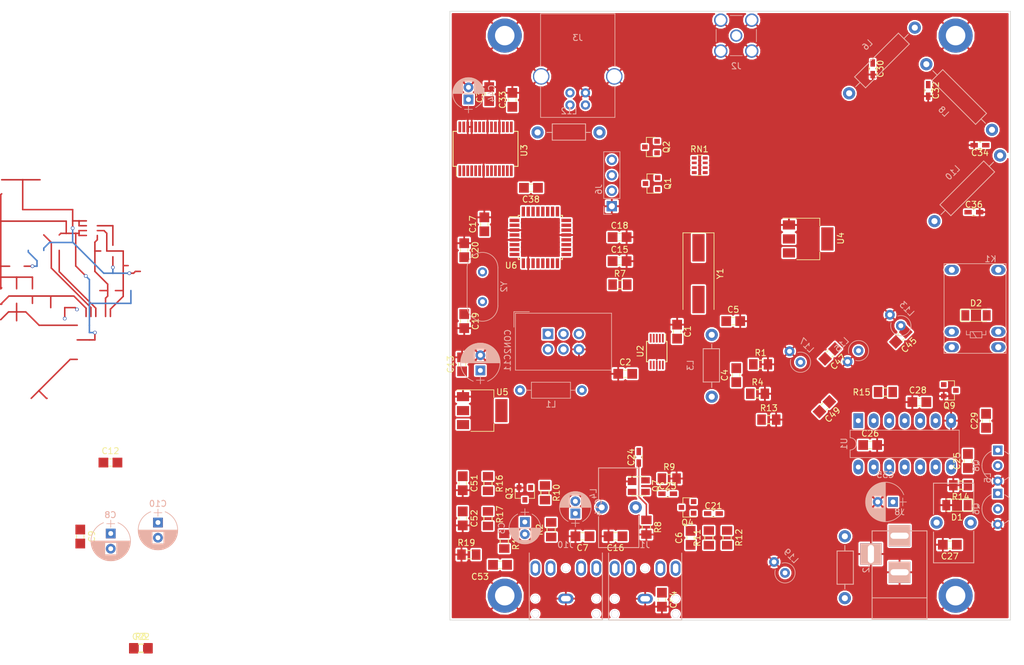
<source format=kicad_pcb>
(kicad_pcb (version 4) (host pcbnew 4.0.7)
  (layers (0 F.Cu signal) (31 B.Cu signal) (34 B.Paste user) (35 F.Paste user) (36 B.SilkS user) (37 F.SilkS user) (38 B.Mask user) (39 F.Mask user) (44 Edge.Cuts user))
  (net 0 "")
  (net 1 GND)
  (net 2 +3V3)
  (net 3 "Net-(Q1-Pad2)")
  (net 4 SDA)
  (net 5 "Net-(Q2-Pad2)")
  (net 6 SCL)
  (net 7 +5V)
  (net 8 "Net-(C18-Pad1)")
  (net 9 "Net-(C2-Pad2)")
  (net 10 "Net-(C4-Pad2)")
  (net 11 "Net-(C4-Pad1)")
  (net 12 "Net-(C6-Pad1)")
  (net 13 "Net-(C19-Pad1)")
  (net 14 "Net-(C20-Pad1)")
  (net 15 "Net-(U2-Pad2)")
  (net 16 "Net-(U2-Pad3)")
  (net 17 "Net-(C51-Pad1)")
  (net 18 "Net-(C52-Pad1)")
  (net 19 "Net-(C53-Pad2)")
  (net 20 "Net-(C53-Pad1)")
  (net 21 "Net-(CON2-Pad1)")
  (net 22 "Net-(CON2-Pad3)")
  (net 23 "Net-(CON2-Pad4)")
  (net 24 RESET)
  (net 25 LPF)
  (net 26 +12V)
  (net 27 "Net-(D2-Pad2)")
  (net 28 "Net-(C14-Pad2)")
  (net 29 "Net-(C21-Pad1)")
  (net 30 PREAMP_OUT)
  (net 31 "Net-(C25-Pad2)")
  (net 32 "Net-(C27-Pad1)")
  (net 33 CLK1)
  (net 34 IO_5)
  (net 35 "Net-(C24-Pad1)")
  (net 36 "Net-(C16-Pad1)")
  (net 37 "Net-(C23-Pad1)")
  (net 38 "Net-(C5-Pad1)")
  (net 39 "Net-(C14-Pad1)")
  (net 40 PREAMP_IN)
  (net 41 "Net-(C22-Pad1)")
  (net 42 "Net-(C30-Pad1)")
  (net 43 "Net-(C32-Pad1)")
  (net 44 "Net-(C34-Pad1)")
  (net 45 "Net-(C45-Pad2)")
  (net 46 "Net-(C47-Pad2)")
  (net 47 "Net-(C3-Pad2)")
  (net 48 RF_IN)
  (net 49 "Net-(C31-Pad1)")
  (net 50 "Net-(C29-Pad2)")
  (net 51 "Net-(C3-Pad1)")
  (net 52 "Net-(C28-Pad1)")
  (net 53 CLK2)
  (net 54 "Net-(C38-Pad2)")
  (net 55 TxD)
  (net 56 RxD)
  (net 57 "Net-(C25-Pad1)")
  (net 58 "Net-(C33-Pad1)")
  (net 59 "Net-(J3-Pad2)")
  (net 60 "Net-(J3-Pad3)")
  (net 61 +12VA)
  (module Pin_Headers:Pin_Header_Straight_1x04_Pitch2.54mm (layer B.Cu) (at 126.575 92.025)
    (fp_text reference J6 (at -2.14 -2.76 90) (layer B.SilkS) (effects (justify mirror)))
    (fp_text value I2C)
    (pad 1 thru_hole rect (at 0 0) (size 1.7 1.7) (drill 1) (layers *.Cu *.Mask) (net 1 GND))
    (pad 2 thru_hole oval (at 0 -2.54) (size 1.7 1.7) (drill 1) (layers *.Cu *.Mask) (net 7 +5V))
    (pad 3 thru_hole oval (at 0 -5.08) (size 1.7 1.7) (drill 1) (layers *.Cu *.Mask) (net 4 SDA))
    (pad 4 thru_hole oval (at 0 -7.62) (size 1.7 1.7) (drill 1) (layers *.Cu *.Mask) (net 6 SCL))
  )
  (module Mounting_Holes:MountingHole_3.2mm_M3_DIN965_Pad (layer F.Cu) (at 183 156)
    (fp_text reference J12 hide)
    (fp_text value Conn_01x01)
    (pad 1 thru_hole circle (at 0 0) (size 5.6 5.6) (drill 3.2) (layers *.Cu *.Mask) (net 1 GND))
  )
  (module Mounting_Holes:MountingHole_3.2mm_M3_DIN965_Pad (layer F.Cu) (at 109 156)
    (fp_text reference J13 hide)
    (fp_text value Conn_01x01)
    (pad 1 thru_hole circle (at 0 0) (size 5.6 5.6) (drill 3.2) (layers *.Cu *.Mask) (net 1 GND))
  )
  (module Mounting_Holes:MountingHole_3.2mm_M3_DIN965_Pad (layer F.Cu) (at 109 64)
    (fp_text reference J14 hide)
    (fp_text value Conn_01x01)
    (pad 1 thru_hole circle (at 0 0) (size 5.6 5.6) (drill 3.2) (layers *.Cu *.Mask) (net 1 GND))
  )
  (module Mounting_Holes:MountingHole_3.2mm_M3_DIN965_Pad (layer F.Cu) (at 183 64)
    (fp_text reference J15 hide)
    (fp_text value Conn_01x01)
    (pad 1 thru_hole circle (at 0 0) (size 5.6 5.6) (drill 3.2) (layers *.Cu *.Mask) (net 1 GND))
  )
  (module LCSDR:C_1206_0603 (layer F.Cu) (at 137.3 112.625 90)
    (fp_text reference C1 (at 0.025 1.725 90) (layer F.SilkS))
    (fp_text value 1µF)
    (pad 2 smd rect (at 1.15 0 90) (size 1.6 1.6) (layers F.Cu F.Paste F.Mask) (net 1 GND))
    (pad 1 smd rect (at -1.15 0 90) (size 1.6 1.6) (layers F.Cu F.Paste F.Mask) (net 2 +3V3))
  )
  (module LCSDR:C_1206_0603 (layer F.Cu) (at 128.775 119.55)
    (fp_text reference C2 (at 0 -1.9) (layer F.SilkS))
    (fp_text value 1µF)
    (pad 2 smd rect (at 1.15 0) (size 1.6 1.6) (layers F.Cu F.Paste F.Mask) (net 9 "Net-(C2-Pad2)"))
    (pad 1 smd rect (at -1.15 0) (size 1.6 1.6) (layers F.Cu F.Paste F.Mask) (net 1 GND))
  )
  (module Capacitors_THT:CP_Radial_D6.3mm_P2.50mm (layer B.Cu) (at 44.33 145.78 270)
    (fp_text reference C8 (at -3.05 0.05 360) (layer B.SilkS) (effects (justify mirror)))
    (fp_text value 100uF)
    (pad 1 thru_hole rect (at 0 0 270) (size 1.6 1.6) (drill 0.8) (layers *.Cu *.Mask) (net 26 +12V))
    (pad 2 thru_hole circle (at 2.5 0 270) (size 1.6 1.6) (drill 0.8) (layers *.Cu *.Mask) (net 1 GND))
  )
  (module LCSDR:C_1206_0603 (layer F.Cu) (at 39.33 146.28 270)
    (fp_text reference C9 (at 0 -1.9 270) (layer F.SilkS))
    (fp_text value 100nF)
    (pad 2 smd rect (at 1.15 0 270) (size 1.6 1.6) (layers F.Cu F.Paste F.Mask) (net 1 GND))
    (pad 1 smd rect (at -1.15 0 270) (size 1.6 1.6) (layers F.Cu F.Paste F.Mask) (net 26 +12V))
  )
  (module Capacitors_THT:CP_Radial_D6.3mm_P2.50mm (layer B.Cu) (at 52.08 143.98 270)
    (fp_text reference C10 (at -3.1 0 540) (layer B.SilkS) (effects (justify mirror)))
    (fp_text value 100uF)
    (pad 1 thru_hole rect (at 0 0 270) (size 1.6 1.6) (drill 0.8) (layers *.Cu *.Mask) (net 7 +5V))
    (pad 2 thru_hole circle (at 2.5 0 270) (size 1.6 1.6) (drill 0.8) (layers *.Cu *.Mask) (net 1 GND))
  )
  (module LCSDR:C_1206_0603 (layer F.Cu) (at 44.28 134.13)
    (fp_text reference C12 (at 0 -1.9) (layer F.SilkS))
    (fp_text value 100nF)
    (pad 2 smd rect (at 1.15 0) (size 1.6 1.6) (layers F.Cu F.Paste F.Mask) (net 1 GND))
    (pad 1 smd rect (at -1.15 0) (size 1.6 1.6) (layers F.Cu F.Paste F.Mask) (net 7 +5V))
  )
  (module LCSDR:C_1206_0603 (layer F.Cu) (at 102 118 90)
    (fp_text reference C13 (at 0 -1.9 90) (layer F.SilkS))
    (fp_text value 100nF)
    (pad 2 smd rect (at 1.15 0 90) (size 1.6 1.6) (layers F.Cu F.Paste F.Mask) (net 1 GND))
    (pad 1 smd rect (at -1.15 0 90) (size 1.6 1.6) (layers F.Cu F.Paste F.Mask) (net 2 +3V3))
  )
  (module LCSDR:C_1206_0603 (layer F.Cu) (at 127.85 101.05)
    (fp_text reference C15 (at 0 -1.9) (layer F.SilkS))
    (fp_text value 100nF)
    (pad 2 smd rect (at 1.15 0) (size 1.6 1.6) (layers F.Cu F.Paste F.Mask) (net 1 GND))
    (pad 1 smd rect (at -1.15 0) (size 1.6 1.6) (layers F.Cu F.Paste F.Mask) (net 7 +5V))
  )
  (module LCSDR:C_1206_0603 (layer F.Cu) (at 105.65 95 90)
    (fp_text reference C17 (at 0 -1.9 90) (layer F.SilkS))
    (fp_text value 100nF)
    (pad 2 smd rect (at 1.15 0 90) (size 1.6 1.6) (layers F.Cu F.Paste F.Mask) (net 1 GND))
    (pad 1 smd rect (at -1.15 0 90) (size 1.6 1.6) (layers F.Cu F.Paste F.Mask) (net 7 +5V))
  )
  (module LCSDR:C_1206_0603 (layer F.Cu) (at 127.85 97.1)
    (fp_text reference C18 (at 0 -1.9) (layer F.SilkS))
    (fp_text value 100nF)
    (pad 2 smd rect (at 1.15 0) (size 1.6 1.6) (layers F.Cu F.Paste F.Mask) (net 1 GND))
    (pad 1 smd rect (at -1.15 0) (size 1.6 1.6) (layers F.Cu F.Paste F.Mask) (net 8 "Net-(C18-Pad1)"))
  )
  (module LCSDR:C_1206_0603 (layer F.Cu) (at 102.35 110.9 270)
    (fp_text reference C19 (at 0 -1.85 270) (layer F.SilkS))
    (fp_text value 22pF)
    (pad 2 smd rect (at 1.15 0 270) (size 1.6 1.6) (layers F.Cu F.Paste F.Mask) (net 1 GND))
    (pad 1 smd rect (at -1.15 0 270) (size 1.6 1.6) (layers F.Cu F.Paste F.Mask) (net 13 "Net-(C19-Pad1)"))
  )
  (module LCSDR:C_1206_0603 (layer F.Cu) (at 102.35 99.25 90)
    (fp_text reference C20 (at 0 1.82 90) (layer F.SilkS))
    (fp_text value 22pF)
    (pad 2 smd rect (at 1.15 0 90) (size 1.6 1.6) (layers F.Cu F.Paste F.Mask) (net 1 GND))
    (pad 1 smd rect (at -1.15 0 90) (size 1.6 1.6) (layers F.Cu F.Paste F.Mask) (net 14 "Net-(C20-Pad1)"))
  )
  (module TO_SOT_Packages_SMD:SOT-23 (layer F.Cu) (at 133.1 88.3 180)
    (fp_text reference Q1 (at -2.65 0 270) (layer F.SilkS))
    (fp_text value 2N7002)
    (pad 1 smd rect (at -1 -0.95 180) (size 0.9 0.8) (layers F.Cu F.Paste F.Mask) (net 2 +3V3))
    (pad 2 smd rect (at -1 0.95 180) (size 0.9 0.8) (layers F.Cu F.Paste F.Mask) (net 3 "Net-(Q1-Pad2)"))
    (pad 3 smd rect (at 1 0 180) (size 0.9 0.8) (layers F.Cu F.Paste F.Mask) (net 4 SDA))
  )
  (module TO_SOT_Packages_SMD:SOT-23 (layer F.Cu) (at 133 82.3 180)
    (fp_text reference Q2 (at -2.55 0 270) (layer F.SilkS))
    (fp_text value 2N7002)
    (pad 1 smd rect (at -1 -0.95 180) (size 0.9 0.8) (layers F.Cu F.Paste F.Mask) (net 2 +3V3))
    (pad 2 smd rect (at -1 0.95 180) (size 0.9 0.8) (layers F.Cu F.Paste F.Mask) (net 5 "Net-(Q2-Pad2)"))
    (pad 3 smd rect (at 1 0 180) (size 0.9 0.8) (layers F.Cu F.Paste F.Mask) (net 6 SCL))
  )
  (module LCSDR:R_1206_0603 (layer F.Cu) (at 127.9 104.9)
    (fp_text reference R7 (at 0 -1.8) (layer F.SilkS))
    (fp_text value 10k)
    (pad 1 smd rect (at -1.2 0 90) (size 1.7 1.4) (layers F.Cu F.Paste F.Mask) (net 7 +5V))
    (pad 2 smd rect (at 1.2 0) (size 1.4 1.7) (layers F.Cu F.Paste F.Mask) (net 24 RESET))
  )
  (module Housings_SSOP:MSOP-10_3x3mm_Pitch0.5mm (layer F.Cu) (at 133.95 115.9 270)
    (fp_text reference U2 (at -0.05 2.7 270) (layer F.SilkS))
    (fp_text value Si5351)
    (pad 1 smd rect (at -2.2 -1 270) (size 1.4 0.3) (layers F.Cu F.Paste F.Mask) (net 2 +3V3))
    (pad 2 smd rect (at -2.2 -0.5 270) (size 1.4 0.3) (layers F.Cu F.Paste F.Mask) (net 15 "Net-(U2-Pad2)"))
    (pad 3 smd rect (at -2.2 0 270) (size 1.4 0.3) (layers F.Cu F.Paste F.Mask) (net 16 "Net-(U2-Pad3)"))
    (pad 4 smd rect (at -2.2 0.5 270) (size 1.4 0.3) (layers F.Cu F.Paste F.Mask) (net 5 "Net-(Q2-Pad2)"))
    (pad 5 smd rect (at -2.2 1 270) (size 1.4 0.3) (layers F.Cu F.Paste F.Mask) (net 3 "Net-(Q1-Pad2)"))
    (pad 6 smd rect (at 2.2 1 270) (size 1.4 0.3) (layers F.Cu F.Paste F.Mask) (net 53 CLK2))
    (pad 7 smd rect (at 2.2 0.5 270) (size 1.4 0.3) (layers F.Cu F.Paste F.Mask) (net 9 "Net-(C2-Pad2)"))
    (pad 8 smd rect (at 2.2 0 270) (size 1.4 0.3) (layers F.Cu F.Paste F.Mask) (net 1 GND))
    (pad 9 smd rect (at 2.2 -0.5 270) (size 1.4 0.3) (layers F.Cu F.Paste F.Mask) (net 33 CLK1))
    (pad 10 smd rect (at 2.2 -1 270) (size 1.4 0.3) (layers F.Cu F.Paste F.Mask))
  )
  (module TO_SOT_Packages_SMD:SOT-223-3_TabPin2 (layer F.Cu) (at 158.8 97.4)
    (fp_text reference U4 (at 5.35 -0.1 90) (layer F.SilkS))
    (fp_text value LM1117-5.0)
    (pad 2 smd rect (at 3.15 0) (size 2 3.8) (layers F.Cu F.Paste F.Mask) (net 7 +5V))
    (pad 2 smd rect (at -3.15 0) (size 2 1.5) (layers F.Cu F.Paste F.Mask) (net 7 +5V))
    (pad 3 smd rect (at -3.15 2.3) (size 2 1.5) (layers F.Cu F.Paste F.Mask) (net 26 +12V))
    (pad 1 smd rect (at -3.15 -2.3) (size 2 1.5) (layers F.Cu F.Paste F.Mask) (net 1 GND))
  )
  (module TO_SOT_Packages_SMD:SOT-223-3_TabPin2 (layer F.Cu) (at 105.3 125.6)
    (fp_text reference U5 (at 3.3 -3.05 180) (layer F.SilkS))
    (fp_text value LM1117-3.3)
    (pad 2 smd rect (at 3.15 0) (size 2 3.8) (layers F.Cu F.Paste F.Mask) (net 2 +3V3))
    (pad 2 smd rect (at -3.15 0) (size 2 1.5) (layers F.Cu F.Paste F.Mask) (net 2 +3V3))
    (pad 3 smd rect (at -3.15 2.3) (size 2 1.5) (layers F.Cu F.Paste F.Mask) (net 7 +5V))
    (pad 1 smd rect (at -3.15 -2.3) (size 2 1.5) (layers F.Cu F.Paste F.Mask) (net 1 GND))
  )
  (module Housings_QFP:TQFP-32_7x7mm_Pitch0.8mm (layer F.Cu) (at 114.85 97.15)
    (fp_text reference U6 (at -4.8 4.6) (layer F.SilkS))
    (fp_text value ATMEGA328P-AU)
    (pad 1 smd rect (at -4.25 -2.8) (size 1.6 0.55) (layers F.Cu F.Paste F.Mask) (net 34 IO_5))
    (pad 2 smd rect (at -4.25 -2) (size 1.6 0.55) (layers F.Cu F.Paste F.Mask) (net 34 IO_5))
    (pad 3 smd rect (at -4.25 -1.2) (size 1.6 0.55) (layers F.Cu F.Paste F.Mask) (net 1 GND))
    (pad 4 smd rect (at -4.25 -0.4) (size 1.6 0.55) (layers F.Cu F.Paste F.Mask) (net 7 +5V))
    (pad 5 smd rect (at -4.25 0.4) (size 1.6 0.55) (layers F.Cu F.Paste F.Mask) (net 1 GND))
    (pad 6 smd rect (at -4.25 1.2) (size 1.6 0.55) (layers F.Cu F.Paste F.Mask) (net 7 +5V))
    (pad 7 smd rect (at -4.25 2) (size 1.6 0.55) (layers F.Cu F.Paste F.Mask) (net 14 "Net-(C20-Pad1)"))
    (pad 8 smd rect (at -4.25 2.8) (size 1.6 0.55) (layers F.Cu F.Paste F.Mask) (net 13 "Net-(C19-Pad1)"))
    (pad 9 smd rect (at -2.8 4.25 90) (size 1.6 0.55) (layers F.Cu F.Paste F.Mask))
    (pad 10 smd rect (at -2 4.25 90) (size 1.6 0.55) (layers F.Cu F.Paste F.Mask) (net 1 GND))
    (pad 11 smd rect (at -1.2 4.25 90) (size 1.6 0.55) (layers F.Cu F.Paste F.Mask) (net 17 "Net-(C51-Pad1)"))
    (pad 12 smd rect (at -0.4 4.25 90) (size 1.6 0.55) (layers F.Cu F.Paste F.Mask))
    (pad 13 smd rect (at 0.4 4.25 90) (size 1.6 0.55) (layers F.Cu F.Paste F.Mask))
    (pad 14 smd rect (at 1.2 4.25 90) (size 1.6 0.55) (layers F.Cu F.Paste F.Mask))
    (pad 15 smd rect (at 2 4.25 90) (size 1.6 0.55) (layers F.Cu F.Paste F.Mask) (net 23 "Net-(CON2-Pad4)"))
    (pad 16 smd rect (at 2.8 4.25 90) (size 1.6 0.55) (layers F.Cu F.Paste F.Mask) (net 21 "Net-(CON2-Pad1)"))
    (pad 17 smd rect (at 4.25 2.8) (size 1.6 0.55) (layers F.Cu F.Paste F.Mask) (net 22 "Net-(CON2-Pad3)"))
    (pad 18 smd rect (at 4.25 2) (size 1.6 0.55) (layers F.Cu F.Paste F.Mask) (net 7 +5V))
    (pad 19 smd rect (at 4.25 1.2) (size 1.6 0.55) (layers F.Cu F.Paste F.Mask))
    (pad 20 smd rect (at 4.25 0.4) (size 1.6 0.55) (layers F.Cu F.Paste F.Mask) (net 8 "Net-(C18-Pad1)"))
    (pad 21 smd rect (at 4.25 -0.4) (size 1.6 0.55) (layers F.Cu F.Paste F.Mask) (net 1 GND))
    (pad 22 smd rect (at 4.25 -1.2) (size 1.6 0.55) (layers F.Cu F.Paste F.Mask))
    (pad 23 smd rect (at 4.25 -2) (size 1.6 0.55) (layers F.Cu F.Paste F.Mask))
    (pad 24 smd rect (at 4.25 -2.8) (size 1.6 0.55) (layers F.Cu F.Paste F.Mask))
    (pad 25 smd rect (at 2.8 -4.25 90) (size 1.6 0.55) (layers F.Cu F.Paste F.Mask))
    (pad 26 smd rect (at 2 -4.25 90) (size 1.6 0.55) (layers F.Cu F.Paste F.Mask))
    (pad 27 smd rect (at 1.2 -4.25 90) (size 1.6 0.55) (layers F.Cu F.Paste F.Mask) (net 4 SDA))
    (pad 28 smd rect (at 0.4 -4.25 90) (size 1.6 0.55) (layers F.Cu F.Paste F.Mask) (net 6 SCL))
    (pad 29 smd rect (at -0.4 -4.25 90) (size 1.6 0.55) (layers F.Cu F.Paste F.Mask) (net 24 RESET))
    (pad 30 smd rect (at -1.2 -4.25 90) (size 1.6 0.55) (layers F.Cu F.Paste F.Mask) (net 56 RxD))
    (pad 31 smd rect (at -2 -4.25 90) (size 1.6 0.55) (layers F.Cu F.Paste F.Mask) (net 55 TxD))
    (pad 32 smd rect (at -2.8 -4.25 90) (size 1.6 0.55) (layers F.Cu F.Paste F.Mask))
  )
  (module Crystals:Crystal_SMD_HC49-SD (layer F.Cu) (at 140.8 103.1 270)
    (fp_text reference Y1 (at 0 -3.55 270) (layer F.SilkS))
    (fp_text value 25Mhz)
    (pad 1 smd rect (at -4.25 0 270) (size 4.5 2) (layers F.Cu F.Paste F.Mask) (net 16 "Net-(U2-Pad3)"))
    (pad 2 smd rect (at 4.25 0 270) (size 4.5 2) (layers F.Cu F.Paste F.Mask) (net 15 "Net-(U2-Pad2)"))
  )
  (module Crystals:Crystal_HC49-U_Vertical (layer B.Cu) (at 105.35 107.7 90)
    (fp_text reference Y2 (at 2.44 3.525 90) (layer B.SilkS) (effects (justify mirror)))
    (fp_text value 20Mhz)
    (pad 1 thru_hole circle (at 0 0 90) (size 1.5 1.5) (drill 0.8) (layers *.Cu *.Mask) (net 13 "Net-(C19-Pad1)"))
    (pad 2 thru_hole circle (at 4.88 0 90) (size 1.5 1.5) (drill 0.8) (layers *.Cu *.Mask) (net 14 "Net-(C20-Pad1)"))
  )
  (module Connectors_IDC:IDC-Header_2x03_Pitch2.54mm_Straight (layer B.Cu) (at 116.1 113 270)
    (fp_text reference CON2 (at 1.27 6.604 270) (layer B.SilkS) (effects (justify mirror)))
    (fp_text value AVR-ISP-6)
    (pad 1 thru_hole rect (at 0 0 270) (size 1.7272 1.7272) (drill 1.016) (layers *.Cu *.Mask) (net 21 "Net-(CON2-Pad1)"))
    (pad 2 thru_hole oval (at 2.54 0 270) (size 1.7272 1.7272) (drill 1.016) (layers *.Cu *.Mask) (net 7 +5V))
    (pad 3 thru_hole oval (at 0 -2.54 270) (size 1.7272 1.7272) (drill 1.016) (layers *.Cu *.Mask) (net 22 "Net-(CON2-Pad3)"))
    (pad 4 thru_hole oval (at 2.54 -2.54 270) (size 1.7272 1.7272) (drill 1.016) (layers *.Cu *.Mask) (net 23 "Net-(CON2-Pad4)"))
    (pad 5 thru_hole oval (at 0 -5.08 270) (size 1.7272 1.7272) (drill 1.016) (layers *.Cu *.Mask) (net 24 RESET))
    (pad 6 thru_hole oval (at 2.54 -5.08 270) (size 1.7272 1.7272) (drill 1.016) (layers *.Cu *.Mask) (net 1 GND))
  )
  (module Resistors_SMD:R_Array_Convex_4x0603 (layer F.Cu) (at 141 85.3 180)
    (fp_text reference RN1 (at 0.05 2.65 180) (layer F.SilkS))
    (fp_text value 10k)
    (pad 1 smd rect (at -0.9 -1.2 180) (size 0.8 0.5) (layers F.Cu F.Paste F.Mask) (net 6 SCL))
    (pad 3 smd rect (at -0.9 0.4 180) (size 0.8 0.4) (layers F.Cu F.Paste F.Mask) (net 5 "Net-(Q2-Pad2)"))
    (pad 2 smd rect (at -0.9 -0.4 180) (size 0.8 0.4) (layers F.Cu F.Paste F.Mask) (net 4 SDA))
    (pad 4 smd rect (at -0.9 1.2 180) (size 0.8 0.5) (layers F.Cu F.Paste F.Mask) (net 3 "Net-(Q1-Pad2)"))
    (pad 7 smd rect (at 0.9 -0.4 180) (size 0.8 0.4) (layers F.Cu F.Paste F.Mask) (net 7 +5V))
    (pad 8 smd rect (at 0.9 -1.2 180) (size 0.8 0.5) (layers F.Cu F.Paste F.Mask) (net 7 +5V))
    (pad 6 smd rect (at 0.9 0.4 180) (size 0.8 0.4) (layers F.Cu F.Paste F.Mask) (net 2 +3V3))
    (pad 5 smd rect (at 0.9 1.2 180) (size 0.8 0.5) (layers F.Cu F.Paste F.Mask) (net 2 +3V3))
  )
  (module LCSDR:C_1206_0603 (layer F.Cu) (at 102.1 137.525 270)
    (fp_text reference C51 (at 0 -1.9 270) (layer F.SilkS))
    (fp_text value 10nF)
    (pad 2 smd rect (at 1.15 0 270) (size 1.6 1.6) (layers F.Cu F.Paste F.Mask) (net 1 GND))
    (pad 1 smd rect (at -1.15 0 270) (size 1.6 1.6) (layers F.Cu F.Paste F.Mask) (net 17 "Net-(C51-Pad1)"))
  )
  (module LCSDR:C_1206_0603 (layer F.Cu) (at 102.1 143.3 270)
    (fp_text reference C52 (at 0 -1.9 270) (layer F.SilkS))
    (fp_text value 10nF)
    (pad 2 smd rect (at 1.15 0 270) (size 1.6 1.6) (layers F.Cu F.Paste F.Mask) (net 1 GND))
    (pad 1 smd rect (at -1.15 0 270) (size 1.6 1.6) (layers F.Cu F.Paste F.Mask) (net 18 "Net-(C52-Pad1)"))
  )
  (module LCSDR:C_1206_0603 (layer F.Cu) (at 108.225 150.925 180)
    (fp_text reference C53 (at 3.275 -1.95 180) (layer F.SilkS))
    (fp_text value 100nF)
    (pad 2 smd rect (at 1.15 0 180) (size 1.6 1.6) (layers F.Cu F.Paste F.Mask) (net 19 "Net-(C53-Pad2)"))
    (pad 1 smd rect (at -1.15 0 180) (size 1.6 1.6) (layers F.Cu F.Paste F.Mask) (net 20 "Net-(C53-Pad1)"))
  )
  (module Connectors:SMA_THT_Jack_Straight (layer B.Cu) (at 147 64)
    (fp_text reference J2 (at 0 5) (layer B.SilkS) (effects (justify mirror)))
    (fp_text value ANT)
    (pad 2 thru_hole circle (at -2.54 -2.54) (size 2.2 2.2) (drill 1.7) (layers *.Cu *.Mask) (net 1 GND))
    (pad 2 thru_hole circle (at -2.54 2.54) (size 2.2 2.2) (drill 1.7) (layers *.Cu *.Mask) (net 1 GND))
    (pad 2 thru_hole circle (at 2.54 2.54) (size 2.2 2.2) (drill 1.7) (layers *.Cu *.Mask) (net 1 GND))
    (pad 2 thru_hole circle (at 2.54 -2.54) (size 2.2 2.2) (drill 1.7) (layers *.Cu *.Mask) (net 1 GND))
    (pad 1 thru_hole circle (at 0 0) (size 2 2) (drill 1.5) (layers *.Cu *.Mask) (net 42 "Net-(C30-Pad1)"))
  )
  (module LCSDR:audio_jack_3_5mm_PJ307 (layer B.Cu) (at 119.025 156.475)
    (fp_text reference J10 (at -0.06 -8.84) (layer B.SilkS) (effects (justify mirror)))
    (fp_text value SPK)
    (pad 1 thru_hole oval (at 0 0) (size 2.5 1.6) (drill oval 1.6 0.9) (layers *.Cu *.Mask) (net 1 GND))
    (pad 6 thru_hole oval (at 0 -5) (size 1.2 1.2) (drill oval 1.2) (layers *.Cu *.Mask))
    (pad 2 thru_hole oval (at 5 -5) (size 1.6 2.5) (drill oval 0.9 1.6) (layers *.Cu *.Mask) (net 20 "Net-(C53-Pad1)"))
    (pad 3 thru_hole oval (at 2.5 -5) (size 1.6 2.5) (drill oval 0.9 1.6) (layers *.Cu *.Mask) (net 20 "Net-(C53-Pad1)"))
    (pad 4 thru_hole oval (at -2.5 -5) (size 1.6 2.5) (drill oval 0.9 1.6) (layers *.Cu *.Mask) (net 20 "Net-(C53-Pad1)"))
    (pad 5 thru_hole oval (at -5 -5) (size 1.6 2.5) (drill oval 0.9 1.6) (layers *.Cu *.Mask) (net 20 "Net-(C53-Pad1)"))
    (pad 7 thru_hole oval (at 5 0) (size 1.2 1.2) (drill oval 1.2) (layers *.Cu *.Mask))
    (pad 8 thru_hole oval (at -5 0) (size 1.2 1.2) (drill oval 1.2) (layers *.Cu *.Mask))
    (pad 9 thru_hole oval (at 5 2.5) (size 1.2 1.2) (drill oval 1.2) (layers *.Cu *.Mask))
    (pad 10 thru_hole oval (at -5 2.5) (size 1.2 1.2) (drill oval 1.2) (layers *.Cu *.Mask))
  )
  (module Relays_THT:Relay_SPDT_HJR-4102 (layer B.Cu) (at 190 102.475 180)
    (fp_text reference K1 (at 1.27 1.778 180) (layer B.SilkS) (effects (justify mirror)))
    (fp_text value TIANBO-HJR-4102-L)
    (pad 12 thru_hole oval (at 7.62 0 180) (size 2.3 1.6) (drill 1) (layers *.Cu *.Mask) (net 25 LPF))
    (pad 8 thru_hole oval (at 7.62 -10.16 180) (size 2.3 1.6) (drill 1) (layers *.Cu *.Mask) (net 26 +12V))
    (pad 1 thru_hole oval (at 0 0 180) (size 2.3 1.6) (drill 1) (layers *.Cu *.Mask) (net 25 LPF))
    (pad 5 thru_hole oval (at 0 -10.16 180) (size 2.3 1.6) (drill 1) (layers *.Cu *.Mask) (net 27 "Net-(D2-Pad2)"))
    (pad 7 thru_hole oval (at 7.62 -12.7 180) (size 2.3 1.6) (drill 1) (layers *.Cu *.Mask) (net 48 RF_IN))
    (pad 6 thru_hole oval (at 0 -12.7 180) (size 2.3 1.6) (drill 1) (layers *.Cu *.Mask) (net 50 "Net-(C29-Pad2)"))
  )
  (module TO_SOT_Packages_SMD:SOT-23 (layer F.Cu) (at 112.3 139.25 270)
    (fp_text reference Q3 (at -0.05 2.55 270) (layer F.SilkS))
    (fp_text value BC847)
    (pad 1 smd rect (at -1 -0.95 270) (size 0.9 0.8) (layers F.Cu F.Paste F.Mask) (net 28 "Net-(C14-Pad2)"))
    (pad 2 smd rect (at -1 0.95 270) (size 0.9 0.8) (layers F.Cu F.Paste F.Mask) (net 1 GND))
    (pad 3 smd rect (at 1 0 270) (size 0.9 0.8) (layers F.Cu F.Paste F.Mask) (net 51 "Net-(C3-Pad1)"))
  )
  (module TO_SOT_Packages_SMD:SOT-23 (layer F.Cu) (at 139 141.5 180)
    (fp_text reference Q4 (at 0 -2.5 180) (layer F.SilkS))
    (fp_text value BFR93A)
    (pad 1 smd rect (at -1 -0.95 180) (size 0.9 0.8) (layers F.Cu F.Paste F.Mask) (net 29 "Net-(C21-Pad1)"))
    (pad 2 smd rect (at -1 0.95 180) (size 0.9 0.8) (layers F.Cu F.Paste F.Mask) (net 11 "Net-(C4-Pad1)"))
    (pad 3 smd rect (at 1 0 180) (size 0.9 0.8) (layers F.Cu F.Paste F.Mask) (net 30 PREAMP_OUT))
  )
  (module TO_SOT_Packages_SMD:SOT-23 (layer F.Cu) (at 182.05 122.275)
    (fp_text reference Q9 (at -0.075 2.5) (layer F.SilkS))
    (fp_text value BC849)
    (pad 1 smd rect (at -1 -0.95) (size 0.9 0.8) (layers F.Cu F.Paste F.Mask) (net 52 "Net-(C28-Pad1)"))
    (pad 2 smd rect (at -1 0.95) (size 0.9 0.8) (layers F.Cu F.Paste F.Mask) (net 1 GND))
    (pad 3 smd rect (at 1 0) (size 0.9 0.8) (layers F.Cu F.Paste F.Mask) (net 27 "Net-(D2-Pad2)"))
  )
  (module LCSDR:R_1206_0603 (layer F.Cu) (at 106.25 137.575 270)
    (fp_text reference R16 (at 0 -1.9 270) (layer F.SilkS))
    (fp_text value 10k)
    (pad 1 smd rect (at -1.2 0) (size 1.7 1.4) (layers F.Cu F.Paste F.Mask) (net 17 "Net-(C51-Pad1)"))
    (pad 2 smd rect (at 1.2 0 270) (size 1.4 1.7) (layers F.Cu F.Paste F.Mask) (net 18 "Net-(C52-Pad1)"))
  )
  (module LCSDR:R_1206_0603 (layer F.Cu) (at 106.25 143.35 270)
    (fp_text reference R17 (at -0.7 -1.95 270) (layer F.SilkS))
    (fp_text value 10k)
    (pad 1 smd rect (at -1.2 0) (size 1.7 1.4) (layers F.Cu F.Paste F.Mask) (net 18 "Net-(C52-Pad1)"))
    (pad 2 smd rect (at 1.2 0 270) (size 1.4 1.7) (layers F.Cu F.Paste F.Mask) (net 19 "Net-(C53-Pad2)"))
  )
  (module LCSDR:R_1206_0603 (layer F.Cu) (at 108.925 147.05 270)
    (fp_text reference R18 (at 0 -1.9 270) (layer F.SilkS))
    (fp_text value 1M)
    (pad 1 smd rect (at -1.2 0) (size 1.7 1.4) (layers F.Cu F.Paste F.Mask) (net 2 +3V3))
    (pad 2 smd rect (at 1.2 0 270) (size 1.4 1.7) (layers F.Cu F.Paste F.Mask) (net 19 "Net-(C53-Pad2)"))
  )
  (module LCSDR:R_1206_0603 (layer F.Cu) (at 103.1 149.25 180)
    (fp_text reference R19 (at 0.4 1.95 180) (layer F.SilkS))
    (fp_text value 4.7K)
    (pad 1 smd rect (at -1.2 0 270) (size 1.7 1.4) (layers F.Cu F.Paste F.Mask) (net 19 "Net-(C53-Pad2)"))
    (pad 2 smd rect (at 1.2 0 180) (size 1.4 1.7) (layers F.Cu F.Paste F.Mask) (net 1 GND))
  )
  (module Resistors_THT:R_Axial_DIN0207_L6.3mm_D2.5mm_P10.16mm_Horizontal (layer B.Cu) (at 111.5 122.25)
    (fp_text reference L1 (at 5.08 2.31) (layer B.SilkS) (effects (justify mirror)))
    (fp_text value 100uH)
    (pad 1 thru_hole circle (at 0 0) (size 1.6 1.6) (drill 0.8) (layers *.Cu *.Mask) (net 2 +3V3))
    (pad 2 thru_hole oval (at 10.16 0) (size 1.6 1.6) (drill 0.8) (layers *.Cu *.Mask) (net 9 "Net-(C2-Pad2)"))
  )
  (module Capacitors_SMD:C_0603_HandSoldering (layer F.Cu) (at 131 133.25 90)
    (fp_text reference C24 (at 0 -1.25 90) (layer F.SilkS))
    (fp_text value 10nF)
    (pad 1 smd rect (at -0.95 0 90) (size 1.2 0.75) (layers F.Cu F.Paste F.Mask) (net 35 "Net-(C24-Pad1)"))
    (pad 2 smd rect (at 0.95 0 90) (size 1.2 0.75) (layers F.Cu F.Paste F.Mask) (net 33 CLK1))
  )
  (module TO_SOT_Packages_SMD:SOT-143 (layer F.Cu) (at 131 138)
    (fp_text reference Q7 (at 2.8 -0.05 90) (layer F.SilkS))
    (fp_text value BF998)
    (pad 1 smd rect (at -1.1 -0.77 270) (size 1.2 1.4) (layers F.Cu F.Paste F.Mask) (net 1 GND))
    (pad 2 smd rect (at -1.1 0.95 270) (size 1 1.4) (layers F.Cu F.Paste F.Mask) (net 36 "Net-(C16-Pad1)"))
    (pad 3 smd rect (at 1.1 0.95 270) (size 1 1.4) (layers F.Cu F.Paste F.Mask) (net 35 "Net-(C24-Pad1)"))
    (pad 4 smd rect (at 1.1 -0.95 270) (size 1 1.4) (layers F.Cu F.Paste F.Mask) (net 37 "Net-(C23-Pad1)"))
  )
  (module LCSDR:R_1206_0603 (layer F.Cu) (at 132.25 144.75 270)
    (fp_text reference R8 (at 0 -1.9 270) (layer F.SilkS))
    (fp_text value 470)
    (pad 1 smd rect (at -1.2 0) (size 1.7 1.4) (layers F.Cu F.Paste F.Mask) (net 35 "Net-(C24-Pad1)"))
    (pad 2 smd rect (at 1.2 0 270) (size 1.4 1.7) (layers F.Cu F.Paste F.Mask) (net 1 GND))
  )
  (module LCSDR:R_1206_0603 (layer F.Cu) (at 136 136.75)
    (fp_text reference R9 (at 0 -1.9) (layer F.SilkS))
    (fp_text value 27k)
    (pad 1 smd rect (at -1.2 0 90) (size 1.7 1.4) (layers F.Cu F.Paste F.Mask) (net 37 "Net-(C23-Pad1)"))
    (pad 2 smd rect (at 1.2 0) (size 1.4 1.7) (layers F.Cu F.Paste F.Mask) (net 1 GND))
  )
  (module Capacitors_SMD:C_0603_HandSoldering (layer F.Cu) (at 135.75 139.25)
    (fp_text reference C23 (at 0 -1.25) (layer F.SilkS))
    (fp_text value 10nF)
    (pad 1 smd rect (at -0.95 0) (size 1.2 0.75) (layers F.Cu F.Paste F.Mask) (net 37 "Net-(C23-Pad1)"))
    (pad 2 smd rect (at 0.95 0) (size 1.2 0.75) (layers F.Cu F.Paste F.Mask) (net 30 PREAMP_OUT))
  )
  (module LCSDR:C_1206_0603 (layer F.Cu) (at 147 119.775 90)
    (fp_text reference C4 (at 0 -1.9 90) (layer F.SilkS))
    (fp_text value 100nF)
    (pad 2 smd rect (at 1.15 0 90) (size 1.6 1.6) (layers F.Cu F.Paste F.Mask) (net 10 "Net-(C4-Pad2)"))
    (pad 1 smd rect (at -1.15 0 90) (size 1.6 1.6) (layers F.Cu F.Paste F.Mask) (net 11 "Net-(C4-Pad1)"))
  )
  (module LCSDR:C_1206_0603 (layer F.Cu) (at 146.5 110.9)
    (fp_text reference C5 (at 0 -1.9) (layer F.SilkS))
    (fp_text value 100nF)
    (pad 2 smd rect (at 1.15 0) (size 1.6 1.6) (layers F.Cu F.Paste F.Mask) (net 1 GND))
    (pad 1 smd rect (at -1.15 0) (size 1.6 1.6) (layers F.Cu F.Paste F.Mask) (net 38 "Net-(C5-Pad1)"))
  )
  (module LCSDR:C_1206_0603 (layer F.Cu) (at 139.5 146.5 90)
    (fp_text reference C6 (at 0 -1.9 90) (layer F.SilkS))
    (fp_text value 100nF)
    (pad 2 smd rect (at 1.15 0 90) (size 1.6 1.6) (layers F.Cu F.Paste F.Mask) (net 30 PREAMP_OUT))
    (pad 1 smd rect (at -1.15 0 90) (size 1.6 1.6) (layers F.Cu F.Paste F.Mask) (net 12 "Net-(C6-Pad1)"))
  )
  (module LCSDR:C_1206_0603 (layer F.Cu) (at 121.76 146.24 180)
    (fp_text reference C7 (at 0 -1.9 180) (layer F.SilkS))
    (fp_text value 100nF)
    (pad 2 smd rect (at 1.15 0 180) (size 1.6 1.6) (layers F.Cu F.Paste F.Mask) (net 1 GND))
    (pad 1 smd rect (at -1.15 0 180) (size 1.6 1.6) (layers F.Cu F.Paste F.Mask) (net 39 "Net-(C14-Pad1)"))
  )
  (module Capacitors_THT:CP_Radial_D5.0mm_P2.00mm (layer B.Cu) (at 120.59 142.49 90)
    (fp_text reference C14 (at 1 3.81 90) (layer B.SilkS) (effects (justify mirror)))
    (fp_text value 2.2uF)
    (pad 1 thru_hole rect (at 0 0 90) (size 1.6 1.6) (drill 0.8) (layers *.Cu *.Mask) (net 39 "Net-(C14-Pad1)"))
    (pad 2 thru_hole circle (at 2 0 90) (size 1.6 1.6) (drill 0.8) (layers *.Cu *.Mask) (net 28 "Net-(C14-Pad2)"))
  )
  (module LCSDR:C_1206_0603 (layer F.Cu) (at 127.18 146.24 180)
    (fp_text reference C16 (at 0 -1.9 180) (layer F.SilkS))
    (fp_text value 100nF)
    (pad 2 smd rect (at 1.15 0 180) (size 1.6 1.6) (layers F.Cu F.Paste F.Mask) (net 1 GND))
    (pad 1 smd rect (at -1.15 0 180) (size 1.6 1.6) (layers F.Cu F.Paste F.Mask) (net 36 "Net-(C16-Pad1)"))
  )
  (module Capacitors_SMD:C_0603_HandSoldering (layer F.Cu) (at 143.25 142.5)
    (fp_text reference C21 (at 0 -1.25) (layer F.SilkS))
    (fp_text value 10nF)
    (pad 1 smd rect (at -0.95 0) (size 1.2 0.75) (layers F.Cu F.Paste F.Mask) (net 29 "Net-(C21-Pad1)"))
    (pad 2 smd rect (at 0.95 0) (size 1.2 0.75) (layers F.Cu F.Paste F.Mask) (net 40 PREAMP_IN))
  )
  (module LCSDR:C_1206_0603 (layer F.Cu) (at 49.28 164.630001)
    (fp_text reference C22 (at 0 -1.9) (layer F.SilkS))
    (fp_text value 100nF)
    (pad 2 smd rect (at 1.15 0) (size 1.6 1.6) (layers F.Cu F.Paste F.Mask) (net 1 GND))
    (pad 1 smd rect (at -1.15 0) (size 1.6 1.6) (layers F.Cu F.Paste F.Mask) (net 41 "Net-(C22-Pad1)"))
  )
  (module Choke_Axial_ThroughHole:Choke_Horizontal_RM10mm (layer B.Cu) (at 164.82 151.4 90)
    (fp_text reference L2 (at 0 3.50012 90) (layer B.SilkS) (effects (justify mirror)))
    (fp_text value 33µH)
    (pad 1 thru_hole circle (at -5.00126 0 90) (size 1.99898 1.99898) (drill 1.00076) (layers *.Cu *.Mask) (net 26 +12V))
    (pad 2 thru_hole circle (at 5.15874 0 90) (size 1.99898 1.99898) (drill 1.00076) (layers *.Cu *.Mask) (net 61 +12VA))
  )
  (module Choke_Axial_ThroughHole:Choke_Horizontal_RM10mm (layer B.Cu) (at 142.975 118.15 270)
    (fp_text reference L3 (at 0 3.50012 270) (layer B.SilkS) (effects (justify mirror)))
    (fp_text value 4.7uH)
    (pad 1 thru_hole circle (at -5.00126 0 270) (size 1.99898 1.99898) (drill 1.00076) (layers *.Cu *.Mask) (net 38 "Net-(C5-Pad1)"))
    (pad 2 thru_hole circle (at 5.15874 0 270) (size 1.99898 1.99898) (drill 1.00076) (layers *.Cu *.Mask) (net 30 PREAMP_OUT))
  )
  (module Choke_Toroid_ThroughHole:Choke_Toroid_6,5x13mm_Vertical (layer B.Cu) (at 124.4 148.09 90)
    (fp_text reference L4 (at 8.85 -0.85 90) (layer B.SilkS) (effects (justify mirror)))
    (fp_text value 100mH)
    (pad 1 thru_hole circle (at 6.604 0.508 90) (size 1.99898 1.99898) (drill 1.00076) (layers *.Cu *.Mask) (net 39 "Net-(C14-Pad1)"))
    (pad 2 thru_hole circle (at 6.604 6.096 90) (size 1.99898 1.99898) (drill 1.00076) (layers *.Cu *.Mask) (net 36 "Net-(C16-Pad1)"))
  )
  (module LCSDR:R_1206_0603 (layer F.Cu) (at 151 118)
    (fp_text reference R1 (at 0 -1.9) (layer F.SilkS))
    (fp_text value 4R7)
    (pad 1 smd rect (at -1.2 0 90) (size 1.7 1.4) (layers F.Cu F.Paste F.Mask) (net 10 "Net-(C4-Pad2)"))
    (pad 2 smd rect (at 1.2 0) (size 1.4 1.7) (layers F.Cu F.Paste F.Mask) (net 1 GND))
  )
  (module LCSDR:R_1206_0603 (layer F.Cu) (at 49.28 164.630001)
    (fp_text reference R3 (at 0 -1.9) (layer F.SilkS))
    (fp_text value 100)
    (pad 1 smd rect (at -1.2 0 90) (size 1.7 1.4) (layers F.Cu F.Paste F.Mask) (net 38 "Net-(C5-Pad1)"))
    (pad 2 smd rect (at 1.2 0) (size 1.4 1.7) (layers F.Cu F.Paste F.Mask) (net 26 +12V))
  )
  (module LCSDR:R_1206_0603 (layer F.Cu) (at 150.5 122.825)
    (fp_text reference R4 (at 0 -1.9) (layer F.SilkS))
    (fp_text value 47R)
    (pad 1 smd rect (at -1.2 0 90) (size 1.7 1.4) (layers F.Cu F.Paste F.Mask) (net 11 "Net-(C4-Pad1)"))
    (pad 2 smd rect (at 1.2 0) (size 1.4 1.7) (layers F.Cu F.Paste F.Mask) (net 1 GND))
  )
  (module LCSDR:R_1206_0603 (layer F.Cu) (at 49.28 164.630001)
    (fp_text reference R5 (at 0 -1.9) (layer F.SilkS))
    (fp_text value 100)
    (pad 1 smd rect (at -1.2 0 90) (size 1.7 1.4) (layers F.Cu F.Paste F.Mask) (net 41 "Net-(C22-Pad1)"))
    (pad 2 smd rect (at 1.2 0) (size 1.4 1.7) (layers F.Cu F.Paste F.Mask) (net 26 +12V))
  )
  (module LCSDR:R_1206_0603 (layer F.Cu) (at 49.28 164.630001)
    (fp_text reference R6 (at 0 -1.9) (layer F.SilkS))
    (fp_text value 2.2k)
    (pad 1 smd rect (at -1.2 0 90) (size 1.7 1.4) (layers F.Cu F.Paste F.Mask) (net 36 "Net-(C16-Pad1)"))
    (pad 2 smd rect (at 1.2 0) (size 1.4 1.7) (layers F.Cu F.Paste F.Mask) (net 41 "Net-(C22-Pad1)"))
  )
  (module LCSDR:R_1206_0603 (layer F.Cu) (at 142.5 146.5 90)
    (fp_text reference R11 (at 0 -1.9 90) (layer F.SilkS))
    (fp_text value 2.7k)
    (pad 1 smd rect (at -1.2 0 180) (size 1.7 1.4) (layers F.Cu F.Paste F.Mask) (net 12 "Net-(C6-Pad1)"))
    (pad 2 smd rect (at 1.2 0 90) (size 1.4 1.7) (layers F.Cu F.Paste F.Mask) (net 30 PREAMP_OUT))
  )
  (module LCSDR:R_1206_0603 (layer F.Cu) (at 145.5 146.5 90)
    (fp_text reference R12 (at 0.05 1.95 90) (layer F.SilkS))
    (fp_text value 470)
    (pad 1 smd rect (at -1.2 0 180) (size 1.7 1.4) (layers F.Cu F.Paste F.Mask) (net 12 "Net-(C6-Pad1)"))
    (pad 2 smd rect (at 1.2 0 90) (size 1.4 1.7) (layers F.Cu F.Paste F.Mask) (net 29 "Net-(C21-Pad1)"))
  )
  (module LCSDR:R_1206_0603 (layer F.Cu) (at 152.35 127.075)
    (fp_text reference R13 (at 0 -1.9) (layer F.SilkS))
    (fp_text value 1k)
    (pad 1 smd rect (at -1.2 0 90) (size 1.7 1.4) (layers F.Cu F.Paste F.Mask) (net 29 "Net-(C21-Pad1)"))
    (pad 2 smd rect (at 1.2 0) (size 1.4 1.7) (layers F.Cu F.Paste F.Mask) (net 1 GND))
  )
  (module LCSDR:C_1206_0603 (layer F.Cu) (at 174 113.5 225)
    (fp_text reference C45 (at 0 -1.9 225) (layer F.SilkS))
    (fp_text value 330pF)
    (pad 2 smd rect (at 1.15 0 225) (size 1.6 1.6) (layers F.Cu F.Paste F.Mask) (net 45 "Net-(C45-Pad2)"))
    (pad 1 smd rect (at -1.15 0 225) (size 1.6 1.6) (layers F.Cu F.Paste F.Mask) (net 48 RF_IN))
  )
  (module LCSDR:C_1206_0603 (layer F.Cu) (at 162.38 116.28 225)
    (fp_text reference C47 (at 0 -1.9 225) (layer F.SilkS))
    (fp_text value 220pF)
    (pad 2 smd rect (at 1.15 0 225) (size 1.6 1.6) (layers F.Cu F.Paste F.Mask) (net 46 "Net-(C47-Pad2)"))
    (pad 1 smd rect (at -1.15 0 225) (size 1.6 1.6) (layers F.Cu F.Paste F.Mask) (net 45 "Net-(C45-Pad2)"))
  )
  (module LCSDR:C_1206_0603 (layer F.Cu) (at 161.47 124.95 225)
    (fp_text reference C49 (at 0 -1.9 225) (layer F.SilkS))
    (fp_text value 330pF)
    (pad 2 smd rect (at 1.15 0 225) (size 1.6 1.6) (layers F.Cu F.Paste F.Mask) (net 40 PREAMP_IN))
    (pad 1 smd rect (at -1.15 0 225) (size 1.6 1.6) (layers F.Cu F.Paste F.Mask) (net 46 "Net-(C47-Pad2)"))
  )
  (module LCSDR:audio_jack_3_5mm_PJ307 (layer B.Cu) (at 132.05 156.5)
    (fp_text reference J1 (at -0.06 -8.84) (layer B.SilkS) (effects (justify mirror)))
    (fp_text value MIC)
    (pad 1 thru_hole oval (at 0 0) (size 2.5 1.6) (drill oval 1.6 0.9) (layers *.Cu *.Mask) (net 1 GND))
    (pad 6 thru_hole oval (at 0 -5) (size 1.2 1.2) (drill oval 1.2) (layers *.Cu *.Mask))
    (pad 2 thru_hole oval (at 5 -5) (size 1.6 2.5) (drill oval 0.9 1.6) (layers *.Cu *.Mask) (net 47 "Net-(C3-Pad2)"))
    (pad 3 thru_hole oval (at 2.5 -5) (size 1.6 2.5) (drill oval 0.9 1.6) (layers *.Cu *.Mask) (net 47 "Net-(C3-Pad2)"))
    (pad 4 thru_hole oval (at -2.5 -5) (size 1.6 2.5) (drill oval 0.9 1.6) (layers *.Cu *.Mask) (net 47 "Net-(C3-Pad2)"))
    (pad 5 thru_hole oval (at -5 -5) (size 1.6 2.5) (drill oval 0.9 1.6) (layers *.Cu *.Mask) (net 47 "Net-(C3-Pad2)"))
    (pad 7 thru_hole oval (at 5 0) (size 1.2 1.2) (drill oval 1.2) (layers *.Cu *.Mask))
    (pad 8 thru_hole oval (at -5 0) (size 1.2 1.2) (drill oval 1.2) (layers *.Cu *.Mask))
    (pad 9 thru_hole oval (at 5 2.5) (size 1.2 1.2) (drill oval 1.2) (layers *.Cu *.Mask))
    (pad 10 thru_hole oval (at -5 2.5) (size 1.2 1.2) (drill oval 1.2) (layers *.Cu *.Mask))
  )
  (module Choke_Axial_ThroughHole:Choke_Horizontal_RM15mm (layer B.Cu) (at 171 68 225)
    (fp_text reference L6 (at 0 3.50012 225) (layer B.SilkS) (effects (justify mirror)))
    (fp_text value 1.32uH)
    (pad 1 thru_hole circle (at -7.50062 0 225) (size 1.99898 1.99898) (drill 1.00076) (layers *.Cu *.Mask) (net 42 "Net-(C30-Pad1)"))
    (pad 2 thru_hole circle (at 7.73938 0 225) (size 1.99898 1.99898) (drill 1.00076) (layers *.Cu *.Mask) (net 43 "Net-(C32-Pad1)"))
  )
  (module Choke_Axial_ThroughHole:Choke_Horizontal_RM15mm (layer B.Cu) (at 183.5 74 315)
    (fp_text reference L8 (at 0 3.50012 315) (layer B.SilkS) (effects (justify mirror)))
    (fp_text value 1.72uH)
    (pad 1 thru_hole circle (at -7.50062 0 315) (size 1.99898 1.99898) (drill 1.00076) (layers *.Cu *.Mask) (net 43 "Net-(C32-Pad1)"))
    (pad 2 thru_hole circle (at 7.73938 0 315) (size 1.99898 1.99898) (drill 1.00076) (layers *.Cu *.Mask) (net 44 "Net-(C34-Pad1)"))
  )
  (module Choke_Axial_ThroughHole:Choke_Horizontal_RM15mm (layer B.Cu) (at 185 89 225)
    (fp_text reference L10 (at 0 3.50012 225) (layer B.SilkS) (effects (justify mirror)))
    (fp_text value 1.32uH)
    (pad 1 thru_hole circle (at -7.50062 0 225) (size 1.99898 1.99898) (drill 1.00076) (layers *.Cu *.Mask) (net 44 "Net-(C34-Pad1)"))
    (pad 2 thru_hole circle (at 7.73938 0 225) (size 1.99898 1.99898) (drill 1.00076) (layers *.Cu *.Mask) (net 25 LPF))
  )
  (module LCSDR:C_1206_0603 (layer F.Cu) (at 185.025 133.875 270)
    (fp_text reference C25 (at 0 1.8 270) (layer F.SilkS))
    (fp_text value 100nF)
    (pad 2 smd rect (at 1.15 0 270) (size 1.6 1.6) (layers F.Cu F.Paste F.Mask) (net 31 "Net-(C25-Pad2)"))
    (pad 1 smd rect (at -1.15 0 270) (size 1.6 1.6) (layers F.Cu F.Paste F.Mask) (net 57 "Net-(C25-Pad1)"))
  )
  (module LCSDR:C_1206_0603 (layer F.Cu) (at 168.975 131.25)
    (fp_text reference C26 (at 0 -1.9) (layer F.SilkS))
    (fp_text value 100nF)
    (pad 2 smd rect (at 1.15 0) (size 1.6 1.6) (layers F.Cu F.Paste F.Mask) (net 1 GND))
    (pad 1 smd rect (at -1.15 0) (size 1.6 1.6) (layers F.Cu F.Paste F.Mask) (net 7 +5V))
  )
  (module LCSDR:C_1206_0603 (layer F.Cu) (at 177.05 124.2 180)
    (fp_text reference C28 (at 0.25 1.95 180) (layer F.SilkS))
    (fp_text value 100pF)
    (pad 2 smd rect (at 1.15 0 180) (size 1.6 1.6) (layers F.Cu F.Paste F.Mask) (net 1 GND))
    (pad 1 smd rect (at -1.15 0 180) (size 1.6 1.6) (layers F.Cu F.Paste F.Mask) (net 52 "Net-(C28-Pad1)"))
  )
  (module LCSDR:C_1206_0603 (layer F.Cu) (at 188 127.275 90)
    (fp_text reference C29 (at 0 -1.9 90) (layer F.SilkS))
    (fp_text value 100nF)
    (pad 2 smd rect (at 1.15 0 90) (size 1.6 1.6) (layers F.Cu F.Paste F.Mask) (net 50 "Net-(C29-Pad2)"))
    (pad 1 smd rect (at -1.15 0 90) (size 1.6 1.6) (layers F.Cu F.Paste F.Mask) (net 32 "Net-(C27-Pad1)"))
  )
  (module Diodes_SMD:D_MiniMELF (layer F.Cu) (at 183.225 141.125 180)
    (fp_text reference D1 (at 0 -2 180) (layer F.SilkS))
    (fp_text value LL4148)
    (pad 1 smd rect (at -1.75 0 180) (size 1.3 1.7) (layers F.Cu F.Paste F.Mask) (net 31 "Net-(C25-Pad2)"))
    (pad 2 smd rect (at 1.75 0 180) (size 1.3 1.7) (layers F.Cu F.Paste F.Mask) (net 1 GND))
  )
  (module Diodes_SMD:D_MiniMELF (layer F.Cu) (at 186.35 109.95)
    (fp_text reference D2 (at 0 -2) (layer F.SilkS))
    (fp_text value LL4148)
    (pad 1 smd rect (at -1.75 0) (size 1.3 1.7) (layers F.Cu F.Paste F.Mask) (net 26 +12V))
    (pad 2 smd rect (at 1.75 0) (size 1.3 1.7) (layers F.Cu F.Paste F.Mask) (net 27 "Net-(D2-Pad2)"))
  )
  (module Choke_Toroid_ThroughHole:Choke_Toroid_6,5x13mm_Vertical (layer B.Cu) (at 179.375 150.6 90)
    (fp_text reference L5 (at 13.97 8.89 90) (layer B.SilkS) (effects (justify mirror)))
    (fp_text value 20uH)
    (pad 1 thru_hole circle (at 6.604 0.508 90) (size 1.99898 1.99898) (drill 1.00076) (layers *.Cu *.Mask) (net 61 +12VA))
    (pad 2 thru_hole circle (at 6.604 6.096 90) (size 1.99898 1.99898) (drill 1.00076) (layers *.Cu *.Mask) (net 32 "Net-(C27-Pad1)"))
  )
  (module TO_SOT_Packages_THT:TO-92_Inline_Wide (layer B.Cu) (at 189.925 139.2 270)
    (fp_text reference Q6 (at 2.54 3.56 450) (layer B.SilkS) (effects (justify mirror)))
    (fp_text value BS170)
    (pad 2 thru_hole circle (at 2.54 0 180) (size 1.52 1.52) (drill 0.8) (layers *.Cu *.Mask) (net 31 "Net-(C25-Pad2)"))
    (pad 3 thru_hole circle (at 5.08 0 180) (size 1.52 1.52) (drill 0.8) (layers *.Cu *.Mask) (net 1 GND))
    (pad 1 thru_hole rect (at 0 0 180) (size 1.52 1.52) (drill 0.8) (layers *.Cu *.Mask) (net 32 "Net-(C27-Pad1)"))
  )
  (module TO_SOT_Packages_THT:TO-92_Inline_Wide (layer B.Cu) (at 189.925 132.1 270)
    (fp_text reference Q8 (at 2.54 3.56 450) (layer B.SilkS) (effects (justify mirror)))
    (fp_text value BS170)
    (pad 2 thru_hole circle (at 2.54 0 180) (size 1.52 1.52) (drill 0.8) (layers *.Cu *.Mask) (net 31 "Net-(C25-Pad2)"))
    (pad 3 thru_hole circle (at 5.08 0 180) (size 1.52 1.52) (drill 0.8) (layers *.Cu *.Mask) (net 1 GND))
    (pad 1 thru_hole rect (at 0 0 180) (size 1.52 1.52) (drill 0.8) (layers *.Cu *.Mask) (net 32 "Net-(C27-Pad1)"))
  )
  (module LCSDR:R_1206_0603 (layer F.Cu) (at 171.475 122.55 180)
    (fp_text reference R15 (at 3.9 -0.025 180) (layer F.SilkS))
    (fp_text value 3.3k)
    (pad 1 smd rect (at -1.2 0 270) (size 1.7 1.4) (layers F.Cu F.Paste F.Mask) (net 52 "Net-(C28-Pad1)"))
    (pad 2 smd rect (at 1.2 0 180) (size 1.4 1.7) (layers F.Cu F.Paste F.Mask))
  )
  (module Housings_DIP:DIP-14_W7.62mm_LongPads (layer B.Cu) (at 167.025 127.25 270)
    (fp_text reference U1 (at 3.81 2.33 270) (layer B.SilkS) (effects (justify mirror)))
    (fp_text value 74AC14)
    (pad 1 thru_hole rect (at 0 0 270) (size 2.4 1.6) (drill 0.8) (layers *.Cu *.Mask) (net 53 CLK2))
    (pad 8 thru_hole oval (at 7.62 -15.24 270) (size 2.4 1.6) (drill 0.8) (layers *.Cu *.Mask) (net 57 "Net-(C25-Pad1)"))
    (pad 2 thru_hole oval (at 0 -2.54 270) (size 2.4 1.6) (drill 0.8) (layers *.Cu *.Mask) (net 57 "Net-(C25-Pad1)"))
    (pad 9 thru_hole oval (at 7.62 -12.7 270) (size 2.4 1.6) (drill 0.8) (layers *.Cu *.Mask) (net 53 CLK2))
    (pad 3 thru_hole oval (at 0 -5.08 270) (size 2.4 1.6) (drill 0.8) (layers *.Cu *.Mask) (net 53 CLK2))
    (pad 10 thru_hole oval (at 7.62 -10.16 270) (size 2.4 1.6) (drill 0.8) (layers *.Cu *.Mask) (net 57 "Net-(C25-Pad1)"))
    (pad 4 thru_hole oval (at 0 -7.62 270) (size 2.4 1.6) (drill 0.8) (layers *.Cu *.Mask) (net 57 "Net-(C25-Pad1)"))
    (pad 11 thru_hole oval (at 7.62 -7.62 270) (size 2.4 1.6) (drill 0.8) (layers *.Cu *.Mask) (net 53 CLK2))
    (pad 5 thru_hole oval (at 0 -10.16 270) (size 2.4 1.6) (drill 0.8) (layers *.Cu *.Mask) (net 53 CLK2))
    (pad 12 thru_hole oval (at 7.62 -5.08 270) (size 2.4 1.6) (drill 0.8) (layers *.Cu *.Mask) (net 57 "Net-(C25-Pad1)"))
    (pad 6 thru_hole oval (at 0 -12.7 270) (size 2.4 1.6) (drill 0.8) (layers *.Cu *.Mask) (net 57 "Net-(C25-Pad1)"))
    (pad 13 thru_hole oval (at 7.62 -2.54 270) (size 2.4 1.6) (drill 0.8) (layers *.Cu *.Mask) (net 53 CLK2))
    (pad 7 thru_hole oval (at 0 -15.24 270) (size 2.4 1.6) (drill 0.8) (layers *.Cu *.Mask) (net 1 GND))
    (pad 14 thru_hole oval (at 7.62 0 270) (size 2.4 1.6) (drill 0.8) (layers *.Cu *.Mask) (net 7 +5V))
  )
  (module LCSDR:BARREL_JACK (layer B.Cu) (at 173.8 152.35 90)
    (fp_text reference J8 (at 10.09904 0 360) (layer B.SilkS) (effects (justify mirror)))
    (fp_text value Jack-DC)
    (pad 1 thru_hole rect (at 6.20014 0 90) (size 3.50012 3.50012) (drill oval 1.00076 2.99974) (layers *.Cu *.Mask B.SilkS) (net 61 +12VA))
    (pad 2 thru_hole rect (at 0.20066 0 90) (size 3.50012 3.50012) (drill oval 1.00076 2.99974) (layers *.Cu *.Mask B.SilkS) (net 1 GND))
    (pad 3 thru_hole rect (at 3.2004 -4.699 90) (size 3.50012 3.50012) (drill oval 2.99974 1.00076) (layers *.Cu *.Mask B.SilkS) (net 1 GND))
  )
  (module LCSDR:R_1206_0603 (layer F.Cu) (at 183.825 137.85 180)
    (fp_text reference R14 (at 0 -1.9 180) (layer F.SilkS))
    (fp_text value 2.7K)
    (pad 1 smd rect (at -1.2 0 270) (size 1.7 1.4) (layers F.Cu F.Paste F.Mask) (net 31 "Net-(C25-Pad2)"))
    (pad 2 smd rect (at 1.2 0 180) (size 1.4 1.7) (layers F.Cu F.Paste F.Mask) (net 1 GND))
  )
  (module Capacitors_THT:CP_Radial_D5.0mm_P2.00mm (layer B.Cu) (at 112.3 143.9 270)
    (fp_text reference C3 (at 1 3.81 270) (layer B.SilkS) (effects (justify mirror)))
    (fp_text value 2.2uF)
    (pad 1 thru_hole rect (at 0 0 270) (size 1.6 1.6) (drill 0.8) (layers *.Cu *.Mask) (net 51 "Net-(C3-Pad1)"))
    (pad 2 thru_hole circle (at 2 0 270) (size 1.6 1.6) (drill 0.8) (layers *.Cu *.Mask) (net 47 "Net-(C3-Pad2)"))
  )
  (module LCSDR:C_1206_0603 (layer F.Cu) (at 113.3 89 180)
    (fp_text reference C38 (at 0 -1.9 180) (layer F.SilkS))
    (fp_text value 100nF)
    (pad 2 smd rect (at 1.15 0 180) (size 1.6 1.6) (layers F.Cu F.Paste F.Mask) (net 54 "Net-(C38-Pad2)"))
    (pad 1 smd rect (at -1.15 0 180) (size 1.6 1.6) (layers F.Cu F.Paste F.Mask) (net 24 RESET))
  )
  (module Capacitors_THT:CP_Radial_D5.0mm_P2.00mm (layer B.Cu) (at 103.05 74.5 90)
    (fp_text reference C44 (at 1 3.81 90) (layer B.SilkS) (effects (justify mirror)))
    (fp_text value 10uF)
    (pad 1 thru_hole rect (at 0 0 90) (size 1.6 1.6) (drill 0.8) (layers *.Cu *.Mask) (net 49 "Net-(C31-Pad1)"))
    (pad 2 thru_hole circle (at 2 0 90) (size 1.6 1.6) (drill 0.8) (layers *.Cu *.Mask) (net 1 GND))
  )
  (module Choke_Axial_ThroughHole:Choke_Horizontal_RM10mm (layer B.Cu) (at 119.55 79.9 180)
    (fp_text reference L12 (at 0 3.50012 180) (layer B.SilkS) (effects (justify mirror)))
    (fp_text value 10uH)
    (pad 1 thru_hole circle (at -5.00126 0 180) (size 1.99898 1.99898) (drill 1.00076) (layers *.Cu *.Mask) (net 7 +5V))
    (pad 2 thru_hole circle (at 5.15874 0 180) (size 1.99898 1.99898) (drill 1.00076) (layers *.Cu *.Mask) (net 49 "Net-(C31-Pad1)"))
  )
  (module LCSDR:C_1206_0603 (layer F.Cu) (at 134.8 156.65 270)
    (fp_text reference C54 (at 0 -1.9 270) (layer F.SilkS))
    (fp_text value 100nF)
    (pad 2 smd rect (at 1.15 0 270) (size 1.6 1.6) (layers F.Cu F.Paste F.Mask) (net 1 GND))
    (pad 1 smd rect (at -1.15 0 270) (size 1.6 1.6) (layers F.Cu F.Paste F.Mask) (net 47 "Net-(C3-Pad2)"))
  )
  (module LCSDR:R_1206_0603 (layer F.Cu) (at 116.62 145.16 90)
    (fp_text reference R2 (at 0 -1.9 90) (layer F.SilkS))
    (fp_text value 3.9K)
    (pad 1 smd rect (at -1.2 0 180) (size 1.7 1.4) (layers F.Cu F.Paste F.Mask) (net 26 +12V))
    (pad 2 smd rect (at 1.2 0 90) (size 1.4 1.7) (layers F.Cu F.Paste F.Mask) (net 51 "Net-(C3-Pad1)"))
  )
  (module LCSDR:R_1206_0603 (layer F.Cu) (at 115.6 139.1 270)
    (fp_text reference R10 (at 0 -1.9 270) (layer F.SilkS))
    (fp_text value 470k)
    (pad 1 smd rect (at -1.2 0) (size 1.7 1.4) (layers F.Cu F.Paste F.Mask) (net 28 "Net-(C14-Pad2)"))
    (pad 2 smd rect (at 1.2 0 270) (size 1.4 1.7) (layers F.Cu F.Paste F.Mask) (net 51 "Net-(C3-Pad1)"))
  )
  (module LCSDR:C_1206_0603 (layer F.Cu) (at 182.05 147.625 180)
    (fp_text reference C27 (at 0 -1.9 180) (layer F.SilkS))
    (fp_text value 100pF)
    (pad 2 smd rect (at 1.15 0 180) (size 1.6 1.6) (layers F.Cu F.Paste F.Mask) (net 1 GND))
    (pad 1 smd rect (at -1.15 0 180) (size 1.6 1.6) (layers F.Cu F.Paste F.Mask) (net 32 "Net-(C27-Pad1)"))
  )
  (module LCSDR:C_1206_0603 (layer F.Cu) (at 106.45 73.6 90)
    (fp_text reference C31 (at 0 -1.55 90) (layer F.SilkS))
    (fp_text value 100nF)
    (pad 2 smd rect (at 1.15 0 90) (size 1.6 1.6) (layers F.Cu F.Paste F.Mask) (net 1 GND))
    (pad 1 smd rect (at -1.15 0 90) (size 1.6 1.6) (layers F.Cu F.Paste F.Mask) (net 49 "Net-(C31-Pad1)"))
  )
  (module LCSDR:C_1206_0603 (layer F.Cu) (at 110.25 74.55 90)
    (fp_text reference C33 (at 0 -1.6 90) (layer F.SilkS))
    (fp_text value 100nF)
    (pad 2 smd rect (at 1.15 0 90) (size 1.6 1.6) (layers F.Cu F.Paste F.Mask) (net 1 GND))
    (pad 1 smd rect (at -1.15 0 90) (size 1.6 1.6) (layers F.Cu F.Paste F.Mask) (net 58 "Net-(C33-Pad1)"))
  )
  (module Connectors:USB_B (layer B.Cu) (at 122.25 75.4 90)
    (fp_text reference J3 (at 11.05 -1.27 360) (layer B.SilkS) (effects (justify mirror)))
    (fp_text value USB_B)
    (pad 2 thru_hole circle (at 0 -2.54 180) (size 1.52 1.52) (drill 0.81) (layers *.Cu *.Mask) (net 59 "Net-(J3-Pad2)"))
    (pad 1 thru_hole circle (at 0 0 180) (size 1.52 1.52) (drill 0.81) (layers *.Cu *.Mask))
    (pad 4 thru_hole circle (at 2 0 180) (size 1.52 1.52) (drill 0.81) (layers *.Cu *.Mask) (net 1 GND))
    (pad 3 thru_hole circle (at 2 -2.54 180) (size 1.52 1.52) (drill 0.81) (layers *.Cu *.Mask) (net 60 "Net-(J3-Pad3)"))
    (pad 5 thru_hole circle (at 4.7 -7.27 180) (size 2.7 2.7) (drill 2.3) (layers *.Cu *.Mask) (net 1 GND))
    (pad 5 thru_hole circle (at 4.7 4.73 180) (size 2.7 2.7) (drill 2.3) (layers *.Cu *.Mask) (net 1 GND))
  )
  (module Housings_SSOP:SSOP-28_5.3x10.2mm_Pitch0.65mm (layer F.Cu) (at 105.85 82.6 90)
    (fp_text reference U3 (at -0.275 6.325 90) (layer F.SilkS))
    (fp_text value FT232RL)
    (pad 1 smd rect (at -3.6 -4.225 90) (size 1.75 0.45) (layers F.Cu F.Paste F.Mask) (net 56 RxD))
    (pad 2 smd rect (at -3.6 -3.575 90) (size 1.75 0.45) (layers F.Cu F.Paste F.Mask) (net 54 "Net-(C38-Pad2)"))
    (pad 3 smd rect (at -3.6 -2.925 90) (size 1.75 0.45) (layers F.Cu F.Paste F.Mask))
    (pad 4 smd rect (at -3.6 -2.275 90) (size 1.75 0.45) (layers F.Cu F.Paste F.Mask) (net 49 "Net-(C31-Pad1)"))
    (pad 5 smd rect (at -3.6 -1.625 90) (size 1.75 0.45) (layers F.Cu F.Paste F.Mask) (net 55 TxD))
    (pad 6 smd rect (at -3.6 -0.975 90) (size 1.75 0.45) (layers F.Cu F.Paste F.Mask))
    (pad 7 smd rect (at -3.6 -0.325 90) (size 1.75 0.45) (layers F.Cu F.Paste F.Mask) (net 1 GND))
    (pad 8 smd rect (at -3.6 0.325 90) (size 1.75 0.45) (layers F.Cu F.Paste F.Mask))
    (pad 9 smd rect (at -3.6 0.975 90) (size 1.75 0.45) (layers F.Cu F.Paste F.Mask))
    (pad 10 smd rect (at -3.6 1.625 90) (size 1.75 0.45) (layers F.Cu F.Paste F.Mask))
    (pad 11 smd rect (at -3.6 2.275 90) (size 1.75 0.45) (layers F.Cu F.Paste F.Mask))
    (pad 12 smd rect (at -3.6 2.925 90) (size 1.75 0.45) (layers F.Cu F.Paste F.Mask))
    (pad 13 smd rect (at -3.6 3.575 90) (size 1.75 0.45) (layers F.Cu F.Paste F.Mask))
    (pad 14 smd rect (at -3.6 4.225 90) (size 1.75 0.45) (layers F.Cu F.Paste F.Mask))
    (pad 15 smd rect (at 3.6 4.225 90) (size 1.75 0.45) (layers F.Cu F.Paste F.Mask) (net 59 "Net-(J3-Pad2)"))
    (pad 16 smd rect (at 3.6 3.575 90) (size 1.75 0.45) (layers F.Cu F.Paste F.Mask) (net 60 "Net-(J3-Pad3)"))
    (pad 17 smd rect (at 3.6 2.925 90) (size 1.75 0.45) (layers F.Cu F.Paste F.Mask) (net 58 "Net-(C33-Pad1)"))
    (pad 18 smd rect (at 3.6 2.275 90) (size 1.75 0.45) (layers F.Cu F.Paste F.Mask) (net 1 GND))
    (pad 19 smd rect (at 3.6 1.625 90) (size 1.75 0.45) (layers F.Cu F.Paste F.Mask) (net 49 "Net-(C31-Pad1)"))
    (pad 20 smd rect (at 3.6 0.975 90) (size 1.75 0.45) (layers F.Cu F.Paste F.Mask) (net 49 "Net-(C31-Pad1)"))
    (pad 21 smd rect (at 3.6 0.325 90) (size 1.75 0.45) (layers F.Cu F.Paste F.Mask) (net 1 GND))
    (pad 22 smd rect (at 3.6 -0.325 90) (size 1.75 0.45) (layers F.Cu F.Paste F.Mask))
    (pad 23 smd rect (at 3.6 -0.975 90) (size 1.75 0.45) (layers F.Cu F.Paste F.Mask))
    (pad 24 smd rect (at 3.6 -1.625 90) (size 1.75 0.45) (layers F.Cu F.Paste F.Mask))
    (pad 25 smd rect (at 3.6 -2.275 90) (size 1.75 0.45) (layers F.Cu F.Paste F.Mask) (net 1 GND))
    (pad 26 smd rect (at 3.6 -2.925 90) (size 1.75 0.45) (layers F.Cu F.Paste F.Mask) (net 1 GND))
    (pad 27 smd rect (at 3.6 -3.575 90) (size 1.75 0.45) (layers F.Cu F.Paste F.Mask))
    (pad 28 smd rect (at 3.6 -4.225 90) (size 1.75 0.45) (layers F.Cu F.Paste F.Mask))
  )
  (module Capacitors_THT:CP_Radial_D6.3mm_P2.50mm (layer B.Cu) (at 172.725 140.6 180)
    (fp_text reference C35 (at 1.25 4.46 180) (layer B.SilkS) (effects (justify mirror)))
    (fp_text value 100uF)
    (pad 1 thru_hole rect (at 0 0 180) (size 1.6 1.6) (drill 0.8) (layers *.Cu *.Mask) (net 61 +12VA))
    (pad 2 thru_hole circle (at 2.5 0 180) (size 1.6 1.6) (drill 0.8) (layers *.Cu *.Mask) (net 1 GND))
  )
  (module Capacitors_THT:CP_Radial_D6.3mm_P2.50mm (layer B.Cu) (at 105 119 90)
    (fp_text reference C11 (at 1.25 4.46 90) (layer B.SilkS) (effects (justify mirror)))
    (fp_text value 100uF)
    (pad 1 thru_hole rect (at 0 0 90) (size 1.6 1.6) (drill 0.8) (layers *.Cu *.Mask) (net 2 +3V3))
    (pad 2 thru_hole circle (at 2.5 0 90) (size 1.6 1.6) (drill 0.8) (layers *.Cu *.Mask) (net 1 GND))
  )
  (module Capacitors_SMD:C_0603_HandSoldering (layer F.Cu) (at 169.4 69.45 270)
    (fp_text reference C30 (at 0 -1.25 270) (layer F.SilkS))
    (fp_text value 270pF)
    (pad 1 smd rect (at -0.95 0 270) (size 1.2 0.75) (layers F.Cu F.Paste F.Mask) (net 42 "Net-(C30-Pad1)"))
    (pad 2 smd rect (at 0.95 0 270) (size 1.2 0.75) (layers F.Cu F.Paste F.Mask) (net 1 GND))
  )
  (module Capacitors_SMD:C_0603_HandSoldering (layer F.Cu) (at 178.5 73 270)
    (fp_text reference C32 (at 0 -1.25 270) (layer F.SilkS))
    (fp_text value 680pF)
    (pad 1 smd rect (at -0.95 0 270) (size 1.2 0.75) (layers F.Cu F.Paste F.Mask) (net 43 "Net-(C32-Pad1)"))
    (pad 2 smd rect (at 0.95 0 270) (size 1.2 0.75) (layers F.Cu F.Paste F.Mask) (net 1 GND))
  )
  (module Capacitors_SMD:C_0603_HandSoldering (layer F.Cu) (at 187 82 180)
    (fp_text reference C34 (at 0 -1.25 180) (layer F.SilkS))
    (fp_text value 680pF)
    (pad 1 smd rect (at -0.95 0 180) (size 1.2 0.75) (layers F.Cu F.Paste F.Mask) (net 44 "Net-(C34-Pad1)"))
    (pad 2 smd rect (at 0.95 0 180) (size 1.2 0.75) (layers F.Cu F.Paste F.Mask) (net 1 GND))
  )
  (module Capacitors_SMD:C_0603_HandSoldering (layer F.Cu) (at 186 93)
    (fp_text reference C36 (at 0 -1.25) (layer F.SilkS))
    (fp_text value 270pF)
    (pad 1 smd rect (at -0.95 0) (size 1.2 0.75) (layers F.Cu F.Paste F.Mask) (net 25 LPF))
    (pad 2 smd rect (at 0.95 0) (size 1.2 0.75) (layers F.Cu F.Paste F.Mask) (net 1 GND))
  )
  (module Resistors_THT:R_Axial_DIN0309_L9.0mm_D3.2mm_P2.54mm_Vertical (layer B.Cu) (at 174.01 111.65 135)
    (fp_text reference L13 (at 1.27 2.66 135) (layer B.SilkS) (effects (justify mirror)))
    (fp_text value 1uH)
    (pad 1 thru_hole circle (at 0 0 135) (size 1.6 1.6) (drill 0.8) (layers *.Cu *.Mask) (net 48 RF_IN))
    (pad 2 thru_hole oval (at 2.54 0 135) (size 1.6 1.6) (drill 0.8) (layers *.Cu *.Mask) (net 1 GND))
  )
  (module Resistors_THT:R_Axial_DIN0309_L9.0mm_D3.2mm_P2.54mm_Vertical (layer B.Cu) (at 167.07 115.75 225)
    (fp_text reference L15 (at 1.27 2.66 225) (layer B.SilkS) (effects (justify mirror)))
    (fp_text value 680nH)
    (pad 1 thru_hole circle (at 0 0 225) (size 1.6 1.6) (drill 0.8) (layers *.Cu *.Mask) (net 45 "Net-(C45-Pad2)"))
    (pad 2 thru_hole oval (at 2.54 0 225) (size 1.6 1.6) (drill 0.8) (layers *.Cu *.Mask) (net 1 GND))
  )
  (module Resistors_THT:R_Axial_DIN0309_L9.0mm_D3.2mm_P2.54mm_Vertical (layer B.Cu) (at 157.54 117.65 135)
    (fp_text reference L17 (at 1.27 2.66 135) (layer B.SilkS) (effects (justify mirror)))
    (fp_text value 680nH)
    (pad 1 thru_hole circle (at 0 0 135) (size 1.6 1.6) (drill 0.8) (layers *.Cu *.Mask) (net 46 "Net-(C47-Pad2)"))
    (pad 2 thru_hole oval (at 2.54 0 135) (size 1.6 1.6) (drill 0.8) (layers *.Cu *.Mask) (net 1 GND))
  )
  (module Resistors_THT:R_Axial_DIN0309_L9.0mm_D3.2mm_P2.54mm_Vertical (layer B.Cu) (at 155 152.25 135)
    (fp_text reference L19 (at 1.27 2.66 135) (layer B.SilkS) (effects (justify mirror)))
    (fp_text value 1uH)
    (pad 1 thru_hole circle (at 0 0 135) (size 1.6 1.6) (drill 0.8) (layers *.Cu *.Mask) (net 40 PREAMP_IN))
    (pad 2 thru_hole oval (at 2.54 0 135) (size 1.6 1.6) (drill 0.8) (layers *.Cu *.Mask) (net 1 GND))
  )
  (gr_line (start 100 60) (end 192 60) (angle 90) (layer Edge.Cuts) (width 0.1))
  (gr_line (start 192 160) (end 100 160) (angle 90) (layer Edge.Cuts) (width 0.1))
  (gr_line (start 192 160) (end 192 60) (angle 90) (layer Edge.Cuts) (width 0.1))
  (gr_line (start 100 60) (end 100 160) (angle 90) (layer Edge.Cuts) (width 0.1))
  (segment (start 36.78 108.68) (end 36.78 110.48) (width 0.25) (layer F.Cu) (net 0))
  (via (at 36.78 110.48) (size 0.6) (drill 0.4) (layers F.Cu B.Cu) (net 0))
  (segment (start 36.78 108.68) (end 38.48 108.68) (width 0.25) (layer F.Cu) (net 0))
  (segment (start 38.78 108.98) (end 38.78 108.93) (width 0.25) (layer B.Cu) (net 0))
  (via (at 38.78 108.98) (size 0.6) (drill 0.4) (layers F.Cu B.Cu) (net 0))
  (segment (start 38.48 108.68) (end 38.78 108.98) (width 0.25) (layer F.Cu) (net 0))
  (segment (start 28.88 106.78) (end 27.62 106.78) (width 0.25) (layer F.Cu) (net 0))
  (segment (start 27.62 106.78) (end 26.28 108.12) (width 0.25) (layer F.Cu) (net 0))
  (segment (start 34.48 108.68) (end 34.48 106.78) (width 0.25) (layer F.Cu) (net 0))
  (segment (start 31.48 107.98) (end 31.48 106.78) (width 0.25) (layer F.Cu) (net 0))
  (segment (start 26.28 108.12) (end 26.44 108.12) (width 0.25) (layer F.Cu) (net 0))
  (segment (start 28.88 106.78) (end 31.48 106.78) (width 0.25) (layer F.Cu) (net 0))
  (segment (start 31.48 106.78) (end 34.48 106.78) (width 0.25) (layer F.Cu) (net 0))
  (segment (start 34.48 106.78) (end 38.28 106.78) (width 0.25) (layer F.Cu) (net 0))
  (segment (start 38.28 106.78) (end 40.28 108.78) (width 0.25) (layer F.Cu) (net 0))
  (segment (start 40.28 108.78) (end 40.28 110.13) (width 0.25) (layer F.Cu) (net 0))
  (segment (start 41.88 110.13) (end 41.88 108.78) (width 0.25) (layer F.Cu) (net 0))
  (segment (start 35.88 102.78) (end 35.88 99.28) (width 0.25) (layer F.Cu) (net 0))
  (segment (start 41.88 108.78) (end 35.88 102.78) (width 0.25) (layer F.Cu) (net 0))
  (segment (start 41.08 110.13) (end 41.08 108.68) (width 0.25) (layer F.Cu) (net 0))
  (segment (start 34.58 97.98) (end 33.34 96.74) (width 0.25) (layer F.Cu) (net 0))
  (segment (start 34.58 102.18) (end 34.58 97.98) (width 0.25) (layer F.Cu) (net 0))
  (segment (start 41.08 108.68) (end 34.58 102.18) (width 0.25) (layer F.Cu) (net 0))
  (segment (start 28.88 109.38) (end 30.38 109.38) (width 0.25) (layer F.Cu) (net 0))
  (segment (start 32.58 111.58) (end 38.83 111.58) (width 0.25) (layer F.Cu) (net 0))
  (segment (start 30.38 109.38) (end 32.58 111.58) (width 0.25) (layer F.Cu) (net 0))
  (segment (start 28.88 107.98) (end 28.88 109.38) (width 0.25) (layer F.Cu) (net 0))
  (segment (start 28.88 110.83) (end 28.88 109.38) (width 0.25) (layer F.Cu) (net 0))
  (segment (start 27.56 109.38) (end 26.28 110.66) (width 0.25) (layer F.Cu) (net 0))
  (segment (start 28.88 109.38) (end 27.56 109.38) (width 0.25) (layer F.Cu) (net 0))
  (segment (start 33.88 123.58) (end 33.78 123.58) (width 0.25) (layer F.Cu) (net 0))
  (segment (start 33.78 123.58) (end 32.53 122.33) (width 0.25) (layer F.Cu) (net 0))
  (segment (start 38.83 117.18) (end 37.68 117.18) (width 0.25) (layer F.Cu) (net 0))
  (segment (start 37.68 117.18) (end 32.53 122.33) (width 0.25) (layer F.Cu) (net 0))
  (segment (start 32.53 122.33) (end 31.28 123.58) (width 0.25) (layer F.Cu) (net 0))
  (segment (start 30.8 99.28) (end 30.8 99.55) (width 0.25) (layer B.Cu) (net 0))
  (segment (start 30.8 99.55) (end 32.23 100.98) (width 0.25) (layer B.Cu) (net 0))
  (segment (start 32.23 100.98) (end 32.23 101.88) (width 0.25) (layer B.Cu) (net 0))
  (segment (start 31.48 101.88) (end 32.23 101.88) (width 0.25) (layer B.Cu) (net 0))
  (segment (start 30.13 101.88) (end 31.48 101.88) (width 0.25) (layer F.Cu) (net 0))
  (via (at 31.48 101.88) (size 0.6) (drill 0.4) (layers F.Cu B.Cu) (net 0))
  (segment (start 45.1 105.88) (end 46.38 105.88) (width 0.25) (layer F.Cu) (net 0))
  (segment (start 47.18 101.78) (end 46.38 101.78) (width 0.25) (layer F.Cu) (net 0))
  (segment (start 46.38 104.38) (end 46.38 101.78) (width 0.25) (layer F.Cu) (net 0))
  (segment (start 46.38 101.78) (end 46.38 99.38) (width 0.25) (layer F.Cu) (net 0))
  (segment (start 43.68 99.38) (end 46.38 99.38) (width 0.25) (layer F.Cu) (net 0))
  (segment (start 42.13 96.03) (end 43.23 96.03) (width 0.25) (layer F.Cu) (net 0))
  (segment (start 43.68 96.48) (end 43.68 99.38) (width 0.25) (layer F.Cu) (net 0))
  (segment (start 43.23 96.03) (end 43.68 96.48) (width 0.25) (layer F.Cu) (net 0))
  (segment (start 44.28 108.93) (end 44.28 110.13) (width 0.25) (layer F.Cu) (net 0))
  (segment (start 46.38 106.83) (end 44.28 108.93) (width 0.25) (layer F.Cu) (net 0))
  (segment (start 46.38 104.38) (end 46.38 105.88) (width 0.25) (layer F.Cu) (net 0))
  (segment (start 46.38 105.88) (end 46.38 106.83) (width 0.25) (layer F.Cu) (net 0))
  (segment (start 42.56 105.88) (end 43.83 105.88) (width 0.25) (layer F.Cu) (net 0))
  (segment (start 42.68 99.38) (end 41.73 99.38) (width 0.25) (layer F.Cu) (net 0))
  (segment (start 42.13 96.83) (end 42.13 97.53) (width 0.25) (layer F.Cu) (net 0))
  (segment (start 41.73 102.73) (end 43.83 104.83) (width 0.25) (layer F.Cu) (net 0))
  (segment (start 41.73 97.93) (end 41.73 99.38) (width 0.25) (layer F.Cu) (net 0))
  (segment (start 41.73 99.38) (end 41.73 102.73) (width 0.25) (layer F.Cu) (net 0))
  (segment (start 42.13 97.53) (end 41.73 97.93) (width 0.25) (layer F.Cu) (net 0))
  (segment (start 43.48 110.13) (end 43.48 107.13) (width 0.25) (layer F.Cu) (net 0))
  (segment (start 43.83 106.78) (end 43.83 105.88) (width 0.25) (layer F.Cu) (net 0))
  (segment (start 43.83 105.88) (end 43.83 104.83) (width 0.25) (layer F.Cu) (net 0))
  (segment (start 43.48 107.13) (end 43.83 106.78) (width 0.25) (layer F.Cu) (net 0))
  (segment (start 42.13 95.23) (end 44.68 95.23) (width 0.25) (layer F.Cu) (net 0))
  (segment (start 44.68 98.43) (end 44.68 95.23) (width 0.25) (layer F.Cu) (net 0))
  (segment (start 33.34 99.28) (end 33.34 98.92) (width 0.25) (layer B.Cu) (net 0))
  (segment (start 33.34 98.92) (end 34.28 97.98) (width 0.25) (layer B.Cu) (net 0))
  (segment (start 34.28 97.98) (end 38.03 97.98) (width 0.25) (layer B.Cu) (net 0))
  (segment (start 38.03 97.98) (end 38.08 97.93) (width 0.25) (layer B.Cu) (net 0))
  (segment (start 47.38 103.03) (end 48.08 103.03) (width 0.25) (layer F.Cu) (net 0))
  (segment (start 48.08 103.03) (end 48.38 102.73) (width 0.25) (layer F.Cu) (net 0))
  (segment (start 39.13 94.43) (end 38.08 94.43) (width 0.25) (layer F.Cu) (net 0))
  (via (at 38.08 95.63) (size 0.6) (drill 0.4) (layers F.Cu B.Cu) (net 0))
  (segment (start 44.68 103.03) (end 43.18 103.03) (width 0.25) (layer B.Cu) (net 0))
  (segment (start 38.08 97.93) (end 38.08 95.63) (width 0.25) (layer B.Cu) (net 0))
  (segment (start 43.18 103.03) (end 38.08 97.93) (width 0.25) (layer B.Cu) (net 0))
  (segment (start 38.08 95.63) (end 38.08 94.43) (width 0.25) (layer F.Cu) (net 0))
  (segment (start 38.08 94.43) (end 38.08 92.58) (width 0.25) (layer F.Cu) (net 0))
  (segment (start 38.08 92.58) (end 29.88 92.58) (width 0.25) (layer F.Cu) (net 0))
  (segment (start 29.88 87.68) (end 29.88 92.58) (width 0.25) (layer F.Cu) (net 0))
  (segment (start 29.88 87.68) (end 32.73 87.68) (width 0.25) (layer F.Cu) (net 0))
  (segment (start 26.43 87.68) (end 29.88 87.68) (width 0.25) (layer F.Cu) (net 0))
  (segment (start 44.68 100.33) (end 44.68 102.08) (width 0.25) (layer F.Cu) (net 0))
  (segment (start 44.68 102.08) (end 44.68 103.03) (width 0.25) (layer B.Cu) (net 0))
  (via (at 44.68 102.08) (size 0.6) (drill 0.4) (layers F.Cu B.Cu) (net 0))
  (segment (start 40.33 94.43) (end 39.13 94.43) (width 0.25) (layer F.Cu) (net 0))
  (segment (start 39.13 94.58) (end 39.13 94.43) (width 0.25) (layer F.Cu) (net 0))
  (segment (start 39.13 95.23) (end 39.13 94.58) (width 0.25) (layer F.Cu) (net 0))
  (segment (start 40.33 95.23) (end 39.13 95.23) (width 0.25) (layer F.Cu) (net 0))
  (segment (start 47.38 103.03) (end 44.68 103.03) (width 0.25) (layer B.Cu) (net 0))
  (segment (start 49.18 102.73) (end 48.38 102.73) (width 0.25) (layer F.Cu) (net 0))
  (via (at 47.38 103.03) (size 0.6) (drill 0.4) (layers F.Cu B.Cu) (net 0))
  (segment (start 40.83 112.78) (end 41.73 112.78) (width 0.25) (layer B.Cu) (net 0))
  (via (at 41.73 112.78) (size 0.6) (drill 0.4) (layers F.Cu B.Cu) (net 0))
  (segment (start 41.73 112.78) (end 41.73 113.98) (width 0.25) (layer F.Cu) (net 0))
  (segment (start 40.83 111.58) (end 40.83 112.78) (width 0.25) (layer B.Cu) (net 0))
  (segment (start 40.83 107.98) (end 40.83 111.58) (width 0.25) (layer B.Cu) (net 0))
  (segment (start 37.03 94.48) (end 26.28 94.48) (width 0.25) (layer F.Cu) (net 0))
  (segment (start 37.03 96.48) (end 37.03 94.48) (width 0.25) (layer F.Cu) (net 0))
  (segment (start 47.64 105.88) (end 47.64 107.98) (width 0.25) (layer B.Cu) (net 0))
  (segment (start 40.83 107.98) (end 47.64 107.98) (width 0.25) (layer B.Cu) (net 0))
  (segment (start 38.58 96.48) (end 38.58 101.83) (width 0.25) (layer F.Cu) (net 0))
  (segment (start 40.23 103.48) (end 40.83 104.08) (width 0.25) (layer B.Cu) (net 0))
  (via (at 40.23 103.48) (size 0.6) (drill 0.4) (layers F.Cu B.Cu) (net 0))
  (segment (start 38.58 101.83) (end 40.23 103.48) (width 0.25) (layer F.Cu) (net 0))
  (segment (start 40.83 104.08) (end 40.83 107.98) (width 0.25) (layer B.Cu) (net 0))
  (segment (start 28.88 105.58) (end 28.88 103.68) (width 0.25) (layer F.Cu) (net 0))
  (segment (start 31.48 105.58) (end 31.48 103.68) (width 0.25) (layer F.Cu) (net 0))
  (segment (start 26.28 103.68) (end 28.88 103.68) (width 0.25) (layer F.Cu) (net 0))
  (segment (start 28.88 103.68) (end 31.48 103.68) (width 0.25) (layer F.Cu) (net 0))
  (segment (start 27.73 101.88) (end 26.28 101.88) (width 0.25) (layer F.Cu) (net 0))
  (segment (start 26.28 105.58) (end 26.28 103.68) (width 0.25) (layer F.Cu) (net 0))
  (segment (start 26.28 103.68) (end 26.28 101.88) (width 0.25) (layer F.Cu) (net 0))
  (segment (start 26.28 101.88) (end 26.28 94.48) (width 0.25) (layer F.Cu) (net 0))
  (segment (start 26.28 94.48) (end 26.28 90.13) (width 0.25) (layer F.Cu) (net 0))
  (segment (start 26.28 90.13) (end 26.43 89.98) (width 0.25) (layer F.Cu) (net 0))
  (segment (start 26.43 105.43) (end 26.28 105.58) (width 0.25) (layer F.Cu) (net 0))
  (segment (start 26.28 105.58) (end 26.28 105.18) (width 0.25) (layer F.Cu) (net 0))
  (segment (start 38.83 113.98) (end 40.83 113.98) (width 0.25) (layer F.Cu) (net 0))
  (segment (start 40.83 113.98) (end 41.73 113.98) (width 0.25) (layer F.Cu) (net 0))
  (segment (start 39.13 96.48) (end 38.58 96.48) (width 0.25) (layer F.Cu) (net 0))
  (segment (start 38.58 96.48) (end 37.48 96.48) (width 0.25) (layer F.Cu) (net 0))
  (segment (start 37.48 96.48) (end 37.03 96.48) (width 0.25) (layer F.Cu) (net 0))
  (segment (start 37.03 96.48) (end 36.14 96.48) (width 0.25) (layer F.Cu) (net 0))
  (segment (start 36.14 96.48) (end 35.88 96.74) (width 0.25) (layer F.Cu) (net 0))
  (segment (start 40.33 96.83) (end 39.13 96.83) (width 0.25) (layer F.Cu) (net 0))
  (segment (start 39.13 96.03) (end 39.13 96.48) (width 0.25) (layer F.Cu) (net 0))
  (segment (start 39.13 96.48) (end 39.13 96.83) (width 0.25) (layer F.Cu) (net 0))
  (segment (start 40.33 96.03) (end 39.13 96.03) (width 0.25) (layer F.Cu) (net 0))
  (segment (start 131 134.2) (end 131 139.75) (width 0.25) (layer F.Cu) (net 35))
  (segment (start 132.25 141) (end 132.25 143.55) (width 0.25) (layer F.Cu) (net 35))
  (segment (start 131 139.75) (end 132.25 141) (width 0.25) (layer F.Cu) (net 35))
  (zone (net 1) (net_name GND) (layer F.Cu) (connect_pads (clearance 0.254)) (min_thickness 0.254) (fill yes (arc_segments 16) (thermal_gap 0.3) (thermal_bridge_width 0.3))
    (polygon (pts (xy 100 60) (xy 192 60) (xy 192 160) (xy 100 160)))
  )
)
</source>
